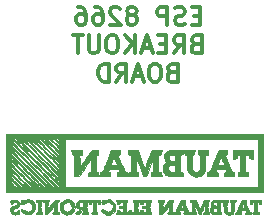
<source format=gbr>
G04 #@! TF.FileFunction,Legend,Bot*
%FSLAX46Y46*%
G04 Gerber Fmt 4.6, Leading zero omitted, Abs format (unit mm)*
G04 Created by KiCad (PCBNEW 4.0.2-stable) date Tuesday, July 26, 2016 'PMt' 11:39:25 PM*
%MOMM*%
G01*
G04 APERTURE LIST*
%ADD10C,0.100000*%
%ADD11C,0.300000*%
%ADD12C,0.010000*%
G04 APERTURE END LIST*
D10*
D11*
X160408284Y-104680857D02*
X159908284Y-104680857D01*
X159693998Y-105466571D02*
X160408284Y-105466571D01*
X160408284Y-103966571D01*
X159693998Y-103966571D01*
X159122570Y-105395143D02*
X158908284Y-105466571D01*
X158551141Y-105466571D01*
X158408284Y-105395143D01*
X158336855Y-105323714D01*
X158265427Y-105180857D01*
X158265427Y-105038000D01*
X158336855Y-104895143D01*
X158408284Y-104823714D01*
X158551141Y-104752286D01*
X158836855Y-104680857D01*
X158979713Y-104609429D01*
X159051141Y-104538000D01*
X159122570Y-104395143D01*
X159122570Y-104252286D01*
X159051141Y-104109429D01*
X158979713Y-104038000D01*
X158836855Y-103966571D01*
X158479713Y-103966571D01*
X158265427Y-104038000D01*
X157622570Y-105466571D02*
X157622570Y-103966571D01*
X157051142Y-103966571D01*
X156908284Y-104038000D01*
X156836856Y-104109429D01*
X156765427Y-104252286D01*
X156765427Y-104466571D01*
X156836856Y-104609429D01*
X156908284Y-104680857D01*
X157051142Y-104752286D01*
X157622570Y-104752286D01*
X154765427Y-104609429D02*
X154908285Y-104538000D01*
X154979713Y-104466571D01*
X155051142Y-104323714D01*
X155051142Y-104252286D01*
X154979713Y-104109429D01*
X154908285Y-104038000D01*
X154765427Y-103966571D01*
X154479713Y-103966571D01*
X154336856Y-104038000D01*
X154265427Y-104109429D01*
X154193999Y-104252286D01*
X154193999Y-104323714D01*
X154265427Y-104466571D01*
X154336856Y-104538000D01*
X154479713Y-104609429D01*
X154765427Y-104609429D01*
X154908285Y-104680857D01*
X154979713Y-104752286D01*
X155051142Y-104895143D01*
X155051142Y-105180857D01*
X154979713Y-105323714D01*
X154908285Y-105395143D01*
X154765427Y-105466571D01*
X154479713Y-105466571D01*
X154336856Y-105395143D01*
X154265427Y-105323714D01*
X154193999Y-105180857D01*
X154193999Y-104895143D01*
X154265427Y-104752286D01*
X154336856Y-104680857D01*
X154479713Y-104609429D01*
X153622571Y-104109429D02*
X153551142Y-104038000D01*
X153408285Y-103966571D01*
X153051142Y-103966571D01*
X152908285Y-104038000D01*
X152836856Y-104109429D01*
X152765428Y-104252286D01*
X152765428Y-104395143D01*
X152836856Y-104609429D01*
X153693999Y-105466571D01*
X152765428Y-105466571D01*
X151479714Y-103966571D02*
X151765428Y-103966571D01*
X151908285Y-104038000D01*
X151979714Y-104109429D01*
X152122571Y-104323714D01*
X152194000Y-104609429D01*
X152194000Y-105180857D01*
X152122571Y-105323714D01*
X152051143Y-105395143D01*
X151908285Y-105466571D01*
X151622571Y-105466571D01*
X151479714Y-105395143D01*
X151408285Y-105323714D01*
X151336857Y-105180857D01*
X151336857Y-104823714D01*
X151408285Y-104680857D01*
X151479714Y-104609429D01*
X151622571Y-104538000D01*
X151908285Y-104538000D01*
X152051143Y-104609429D01*
X152122571Y-104680857D01*
X152194000Y-104823714D01*
X150051143Y-103966571D02*
X150336857Y-103966571D01*
X150479714Y-104038000D01*
X150551143Y-104109429D01*
X150694000Y-104323714D01*
X150765429Y-104609429D01*
X150765429Y-105180857D01*
X150694000Y-105323714D01*
X150622572Y-105395143D01*
X150479714Y-105466571D01*
X150194000Y-105466571D01*
X150051143Y-105395143D01*
X149979714Y-105323714D01*
X149908286Y-105180857D01*
X149908286Y-104823714D01*
X149979714Y-104680857D01*
X150051143Y-104609429D01*
X150194000Y-104538000D01*
X150479714Y-104538000D01*
X150622572Y-104609429D01*
X150694000Y-104680857D01*
X150765429Y-104823714D01*
X160051143Y-107080857D02*
X159836857Y-107152286D01*
X159765429Y-107223714D01*
X159694000Y-107366571D01*
X159694000Y-107580857D01*
X159765429Y-107723714D01*
X159836857Y-107795143D01*
X159979715Y-107866571D01*
X160551143Y-107866571D01*
X160551143Y-106366571D01*
X160051143Y-106366571D01*
X159908286Y-106438000D01*
X159836857Y-106509429D01*
X159765429Y-106652286D01*
X159765429Y-106795143D01*
X159836857Y-106938000D01*
X159908286Y-107009429D01*
X160051143Y-107080857D01*
X160551143Y-107080857D01*
X158194000Y-107866571D02*
X158694000Y-107152286D01*
X159051143Y-107866571D02*
X159051143Y-106366571D01*
X158479715Y-106366571D01*
X158336857Y-106438000D01*
X158265429Y-106509429D01*
X158194000Y-106652286D01*
X158194000Y-106866571D01*
X158265429Y-107009429D01*
X158336857Y-107080857D01*
X158479715Y-107152286D01*
X159051143Y-107152286D01*
X157551143Y-107080857D02*
X157051143Y-107080857D01*
X156836857Y-107866571D02*
X157551143Y-107866571D01*
X157551143Y-106366571D01*
X156836857Y-106366571D01*
X156265429Y-107438000D02*
X155551143Y-107438000D01*
X156408286Y-107866571D02*
X155908286Y-106366571D01*
X155408286Y-107866571D01*
X154908286Y-107866571D02*
X154908286Y-106366571D01*
X154051143Y-107866571D02*
X154694000Y-107009429D01*
X154051143Y-106366571D02*
X154908286Y-107223714D01*
X153122572Y-106366571D02*
X152836858Y-106366571D01*
X152694000Y-106438000D01*
X152551143Y-106580857D01*
X152479715Y-106866571D01*
X152479715Y-107366571D01*
X152551143Y-107652286D01*
X152694000Y-107795143D01*
X152836858Y-107866571D01*
X153122572Y-107866571D01*
X153265429Y-107795143D01*
X153408286Y-107652286D01*
X153479715Y-107366571D01*
X153479715Y-106866571D01*
X153408286Y-106580857D01*
X153265429Y-106438000D01*
X153122572Y-106366571D01*
X151836857Y-106366571D02*
X151836857Y-107580857D01*
X151765429Y-107723714D01*
X151694000Y-107795143D01*
X151551143Y-107866571D01*
X151265429Y-107866571D01*
X151122571Y-107795143D01*
X151051143Y-107723714D01*
X150979714Y-107580857D01*
X150979714Y-106366571D01*
X150479714Y-106366571D02*
X149622571Y-106366571D01*
X150051142Y-107866571D02*
X150051142Y-106366571D01*
X158015428Y-109480857D02*
X157801142Y-109552286D01*
X157729714Y-109623714D01*
X157658285Y-109766571D01*
X157658285Y-109980857D01*
X157729714Y-110123714D01*
X157801142Y-110195143D01*
X157944000Y-110266571D01*
X158515428Y-110266571D01*
X158515428Y-108766571D01*
X158015428Y-108766571D01*
X157872571Y-108838000D01*
X157801142Y-108909429D01*
X157729714Y-109052286D01*
X157729714Y-109195143D01*
X157801142Y-109338000D01*
X157872571Y-109409429D01*
X158015428Y-109480857D01*
X158515428Y-109480857D01*
X156729714Y-108766571D02*
X156444000Y-108766571D01*
X156301142Y-108838000D01*
X156158285Y-108980857D01*
X156086857Y-109266571D01*
X156086857Y-109766571D01*
X156158285Y-110052286D01*
X156301142Y-110195143D01*
X156444000Y-110266571D01*
X156729714Y-110266571D01*
X156872571Y-110195143D01*
X157015428Y-110052286D01*
X157086857Y-109766571D01*
X157086857Y-109266571D01*
X157015428Y-108980857D01*
X156872571Y-108838000D01*
X156729714Y-108766571D01*
X155515428Y-109838000D02*
X154801142Y-109838000D01*
X155658285Y-110266571D02*
X155158285Y-108766571D01*
X154658285Y-110266571D01*
X153301142Y-110266571D02*
X153801142Y-109552286D01*
X154158285Y-110266571D02*
X154158285Y-108766571D01*
X153586857Y-108766571D01*
X153443999Y-108838000D01*
X153372571Y-108909429D01*
X153301142Y-109052286D01*
X153301142Y-109266571D01*
X153372571Y-109409429D01*
X153443999Y-109480857D01*
X153586857Y-109552286D01*
X154158285Y-109552286D01*
X152658285Y-110266571D02*
X152658285Y-108766571D01*
X152301142Y-108766571D01*
X152086857Y-108838000D01*
X151943999Y-108980857D01*
X151872571Y-109123714D01*
X151801142Y-109409429D01*
X151801142Y-109623714D01*
X151872571Y-109909429D01*
X151943999Y-110052286D01*
X152086857Y-110195143D01*
X152301142Y-110266571D01*
X152658285Y-110266571D01*
D12*
G36*
X144018000Y-119591667D02*
X165777333Y-119591667D01*
X165777333Y-119178753D01*
X148505333Y-119178753D01*
X148495947Y-119204463D01*
X148465421Y-119204387D01*
X148459122Y-119201065D01*
X148094181Y-119201065D01*
X148081932Y-119210665D01*
X148081639Y-119210667D01*
X148062632Y-119204102D01*
X147291674Y-119204102D01*
X147277206Y-119210667D01*
X147238787Y-119198050D01*
X147236073Y-119196276D01*
X146913472Y-119196276D01*
X146902584Y-119210129D01*
X146896137Y-119210667D01*
X146855491Y-119197669D01*
X146838411Y-119186591D01*
X146533138Y-119186591D01*
X146529479Y-119207515D01*
X146515043Y-119210667D01*
X146481258Y-119200161D01*
X146130828Y-119200161D01*
X146110323Y-119210233D01*
X146100775Y-119210667D01*
X146060632Y-119201511D01*
X145736728Y-119201511D01*
X145712773Y-119210636D01*
X145710337Y-119210667D01*
X145673586Y-119199857D01*
X145362713Y-119199857D01*
X145337181Y-119210419D01*
X145328942Y-119210667D01*
X145264531Y-119191821D01*
X145245183Y-119179071D01*
X144952327Y-119179071D01*
X144947283Y-119204187D01*
X144907718Y-119210653D01*
X144904494Y-119210667D01*
X144626507Y-119210667D01*
X144511425Y-119210667D01*
X144418498Y-119190551D01*
X144372924Y-119149639D01*
X144359912Y-119053870D01*
X144363670Y-119019526D01*
X144384191Y-118987721D01*
X144431204Y-119011757D01*
X144502170Y-119080554D01*
X144626507Y-119210667D01*
X144904494Y-119210667D01*
X144805269Y-119177800D01*
X144671614Y-119076952D01*
X144573801Y-118983369D01*
X144442996Y-118839234D01*
X144375494Y-118733699D01*
X144363580Y-118664228D01*
X144376944Y-118630424D01*
X144408650Y-118631409D01*
X144468872Y-118674173D01*
X144567782Y-118765710D01*
X144694274Y-118891525D01*
X144832430Y-119032770D01*
X144916245Y-119125275D01*
X144952327Y-119179071D01*
X145245183Y-119179071D01*
X145172182Y-119130967D01*
X145043874Y-119021624D01*
X144871583Y-118857316D01*
X144786083Y-118772270D01*
X144602896Y-118584519D01*
X144476270Y-118444511D01*
X144399458Y-118343778D01*
X144365709Y-118273846D01*
X144363506Y-118241880D01*
X144376800Y-118216651D01*
X144409849Y-118221576D01*
X144470276Y-118262807D01*
X144565701Y-118346502D01*
X144703746Y-118478816D01*
X144892035Y-118665902D01*
X144906365Y-118680276D01*
X145095523Y-118871557D01*
X145229731Y-119011618D01*
X145314994Y-119107995D01*
X145357319Y-119168229D01*
X145362713Y-119199857D01*
X145673586Y-119199857D01*
X145656433Y-119194812D01*
X145576489Y-119143339D01*
X145463663Y-119050385D01*
X145311116Y-118910088D01*
X145112007Y-118716584D01*
X144976785Y-118581962D01*
X144754793Y-118357202D01*
X144588829Y-118183079D01*
X144472918Y-118052570D01*
X144401087Y-117958657D01*
X144367361Y-117894317D01*
X144363481Y-117861236D01*
X144376639Y-117840512D01*
X144410121Y-117847949D01*
X144470365Y-117889063D01*
X144563807Y-117969370D01*
X144696883Y-118094387D01*
X144876031Y-118269631D01*
X145097033Y-118489940D01*
X145324041Y-118718607D01*
X145495658Y-118894743D01*
X145617310Y-119024726D01*
X145694422Y-119114931D01*
X145732419Y-119171734D01*
X145736728Y-119201511D01*
X146060632Y-119201511D01*
X146054800Y-119200181D01*
X145991637Y-119164725D01*
X145904448Y-119098296D01*
X145786394Y-118994896D01*
X145630639Y-118848522D01*
X145430344Y-118653175D01*
X145178672Y-118402854D01*
X145167393Y-118391566D01*
X144908172Y-118130175D01*
X144705648Y-117921293D01*
X144554899Y-117759365D01*
X144451003Y-117638838D01*
X144389036Y-117554155D01*
X144364076Y-117499764D01*
X144363467Y-117484478D01*
X144377912Y-117469148D01*
X144415685Y-117482855D01*
X144482271Y-117530416D01*
X144583159Y-117616646D01*
X144723837Y-117746361D01*
X144909791Y-117924377D01*
X145146510Y-118155509D01*
X145296849Y-118303578D01*
X145557102Y-118561217D01*
X145761655Y-118765898D01*
X145915706Y-118923484D01*
X146024452Y-119039839D01*
X146093089Y-119120828D01*
X146126816Y-119172314D01*
X146130828Y-119200161D01*
X146481258Y-119200161D01*
X146471536Y-119197138D01*
X146403574Y-119153345D01*
X146305855Y-119074478D01*
X146173080Y-118955727D01*
X145999946Y-118792283D01*
X145781154Y-118579336D01*
X145511402Y-118312077D01*
X145379134Y-118179971D01*
X145090035Y-117889402D01*
X144857119Y-117652133D01*
X144675526Y-117462790D01*
X144540395Y-117316001D01*
X144446866Y-117206395D01*
X144390080Y-117128598D01*
X144365176Y-117077240D01*
X144363458Y-117057241D01*
X144376327Y-117042158D01*
X144410024Y-117053071D01*
X144469616Y-117094581D01*
X144560175Y-117171289D01*
X144686769Y-117287795D01*
X144854469Y-117448698D01*
X145068345Y-117658599D01*
X145333467Y-117922100D01*
X145499367Y-118087937D01*
X145792397Y-118382106D01*
X146029395Y-118622155D01*
X146214912Y-118813112D01*
X146353496Y-118960006D01*
X146449696Y-119067865D01*
X146508060Y-119141718D01*
X146533138Y-119186591D01*
X146838411Y-119186591D01*
X146790783Y-119155700D01*
X146697165Y-119080298D01*
X146569791Y-118967001D01*
X146403812Y-118811346D01*
X146194383Y-118608872D01*
X145936655Y-118355116D01*
X145625783Y-118045616D01*
X145569678Y-117989514D01*
X145253257Y-117671898D01*
X144993167Y-117408264D01*
X144784904Y-117193709D01*
X144623964Y-117023330D01*
X144505843Y-116892223D01*
X144426037Y-116795485D01*
X144380042Y-116728213D01*
X144363354Y-116685503D01*
X144363452Y-116676327D01*
X144376203Y-116663004D01*
X144409883Y-116675068D01*
X144469158Y-116716812D01*
X144558694Y-116792534D01*
X144683157Y-116906527D01*
X144847212Y-117063088D01*
X145055526Y-117266512D01*
X145312764Y-117521094D01*
X145623591Y-117831129D01*
X145689910Y-117897479D01*
X146009965Y-118218528D01*
X146273770Y-118484976D01*
X146485578Y-118701453D01*
X146649640Y-118872588D01*
X146770209Y-119003008D01*
X146851536Y-119097344D01*
X146897873Y-119160223D01*
X146913472Y-119196276D01*
X147236073Y-119196276D01*
X147176602Y-119157415D01*
X147086161Y-119084582D01*
X146962973Y-118975375D01*
X146802548Y-118825614D01*
X146600396Y-118631121D01*
X146352028Y-118387718D01*
X146052952Y-118091227D01*
X145760211Y-117799046D01*
X145418460Y-117456290D01*
X145133183Y-117168032D01*
X144900167Y-116929736D01*
X144715196Y-116736862D01*
X144574056Y-116584875D01*
X144472532Y-116469237D01*
X144406408Y-116385411D01*
X144371471Y-116328858D01*
X144363448Y-116295390D01*
X144376091Y-116283498D01*
X144409727Y-116296515D01*
X144468701Y-116338486D01*
X144557356Y-116413452D01*
X144680039Y-116525457D01*
X144841093Y-116678543D01*
X145044863Y-116876753D01*
X145295693Y-117124131D01*
X145597929Y-117424718D01*
X145880443Y-117707010D01*
X146225601Y-118053052D01*
X146514327Y-118344110D01*
X146750624Y-118584496D01*
X146938499Y-118778520D01*
X147081954Y-118930494D01*
X147184994Y-119044728D01*
X147251625Y-119125533D01*
X147285850Y-119177221D01*
X147291674Y-119204102D01*
X148062632Y-119204102D01*
X148046661Y-119198586D01*
X148034132Y-119190264D01*
X147707358Y-119190264D01*
X147696808Y-119201406D01*
X147693676Y-119201225D01*
X147651631Y-119183023D01*
X147580160Y-119132010D01*
X147475522Y-119044687D01*
X147333974Y-118917555D01*
X147151773Y-118747118D01*
X146925175Y-118529876D01*
X146650437Y-118262333D01*
X146323818Y-117940989D01*
X145966247Y-117586848D01*
X145595914Y-117218356D01*
X145282622Y-116904680D01*
X145022548Y-116641778D01*
X144811872Y-116425610D01*
X144646770Y-116252132D01*
X144523422Y-116117305D01*
X144438005Y-116017087D01*
X144386698Y-115947436D01*
X144365678Y-115904310D01*
X144364904Y-115893515D01*
X144378148Y-115884050D01*
X144414420Y-115900849D01*
X144477675Y-115947606D01*
X144571864Y-116028014D01*
X144700940Y-116145769D01*
X144868856Y-116304563D01*
X145079564Y-116508091D01*
X145337016Y-116760047D01*
X145645166Y-117064124D01*
X146007966Y-117424016D01*
X146092333Y-117507892D01*
X146466665Y-117880803D01*
X146783936Y-118198401D01*
X147047722Y-118464465D01*
X147261594Y-118682774D01*
X147429128Y-118857107D01*
X147553898Y-118991243D01*
X147639477Y-119088962D01*
X147689439Y-119154043D01*
X147707358Y-119190264D01*
X148034132Y-119190264D01*
X147988363Y-119159864D01*
X147902809Y-119090781D01*
X147786064Y-118987619D01*
X147634192Y-118846658D01*
X147443258Y-118664178D01*
X147209326Y-118436460D01*
X146928460Y-118159785D01*
X146596724Y-117830433D01*
X146210184Y-117444686D01*
X146162424Y-117396925D01*
X145772168Y-117005920D01*
X145438653Y-116670182D01*
X145158132Y-116385738D01*
X144926854Y-116148616D01*
X144741069Y-115954845D01*
X144597029Y-115800452D01*
X144490984Y-115681466D01*
X144419184Y-115593914D01*
X144377879Y-115533824D01*
X144363321Y-115497224D01*
X144363442Y-115491148D01*
X144375890Y-115481564D01*
X144409395Y-115496157D01*
X144467794Y-115538556D01*
X144554927Y-115612388D01*
X144674631Y-115721281D01*
X144830745Y-115868861D01*
X145027107Y-116058757D01*
X145267556Y-116294596D01*
X145555930Y-116580006D01*
X145896068Y-116918613D01*
X146282657Y-117304889D01*
X146675987Y-117698936D01*
X147012577Y-118037396D01*
X147296023Y-118324077D01*
X147529921Y-118562790D01*
X147717867Y-118757344D01*
X147863458Y-118911549D01*
X147970288Y-119029214D01*
X148041955Y-119114149D01*
X148082054Y-119170162D01*
X148094181Y-119201065D01*
X148459122Y-119201065D01*
X148410200Y-119175267D01*
X148326731Y-119113849D01*
X148211460Y-119016877D01*
X148060833Y-118881094D01*
X147871297Y-118703244D01*
X147639297Y-118480073D01*
X147361281Y-118208324D01*
X147033694Y-117884741D01*
X146652983Y-117506068D01*
X146357082Y-117210584D01*
X145938394Y-116791183D01*
X145577049Y-116427350D01*
X145269787Y-116115529D01*
X145013349Y-115852163D01*
X144804476Y-115633694D01*
X144639907Y-115456566D01*
X144516384Y-115317221D01*
X144430647Y-115212102D01*
X144379436Y-115137654D01*
X144359493Y-115090317D01*
X144367558Y-115066536D01*
X144388254Y-115062000D01*
X144423224Y-115091096D01*
X144511817Y-115174424D01*
X144648094Y-115306045D01*
X144826114Y-115480019D01*
X145039938Y-115690406D01*
X145283625Y-115931268D01*
X145551237Y-116196665D01*
X145836832Y-116480657D01*
X146134472Y-116777305D01*
X146438215Y-117080669D01*
X146742123Y-117384811D01*
X147040254Y-117683789D01*
X147326670Y-117971666D01*
X147595430Y-118242501D01*
X147840594Y-118490356D01*
X148056223Y-118709289D01*
X148236376Y-118893363D01*
X148375113Y-119036638D01*
X148466495Y-119133173D01*
X148504582Y-119177031D01*
X148505333Y-119178753D01*
X165777333Y-119178753D01*
X165777333Y-115104333D01*
X165354000Y-115104333D01*
X165354000Y-119168333D01*
X148971000Y-119168333D01*
X148971000Y-118821482D01*
X148505333Y-118821482D01*
X148496975Y-118836418D01*
X148469156Y-118828633D01*
X148417760Y-118794303D01*
X148338671Y-118729606D01*
X148227772Y-118630718D01*
X148080946Y-118493818D01*
X147894078Y-118315080D01*
X147663051Y-118090684D01*
X147383748Y-117816804D01*
X147052054Y-117489619D01*
X146759083Y-117199676D01*
X146433400Y-116877117D01*
X146120142Y-116567041D01*
X145825477Y-116275539D01*
X145555570Y-116008704D01*
X145316588Y-115772628D01*
X145114697Y-115573404D01*
X144956065Y-115417123D01*
X144846858Y-115309878D01*
X144801670Y-115265842D01*
X144693032Y-115159313D01*
X144639789Y-115098357D01*
X144635915Y-115070274D01*
X144675382Y-115062363D01*
X144704941Y-115062000D01*
X144738185Y-115070955D01*
X144788695Y-115100497D01*
X144860779Y-115154643D01*
X144958742Y-115237409D01*
X145086891Y-115352810D01*
X145249532Y-115504865D01*
X145450971Y-115697588D01*
X145695514Y-115934996D01*
X145987468Y-116221106D01*
X146331138Y-116559933D01*
X146662354Y-116887648D01*
X147056088Y-117278318D01*
X147392937Y-117614066D01*
X147676763Y-117898944D01*
X147911430Y-118137007D01*
X148100801Y-118332308D01*
X148248737Y-118488899D01*
X148359103Y-118610835D01*
X148435760Y-118702168D01*
X148482573Y-118766951D01*
X148503403Y-118809239D01*
X148505333Y-118821482D01*
X148971000Y-118821482D01*
X148971000Y-118448269D01*
X148505333Y-118448269D01*
X148496060Y-118461830D01*
X148465573Y-118450815D01*
X148409876Y-118411472D01*
X148324969Y-118340050D01*
X148206853Y-118232795D01*
X148051531Y-118085954D01*
X147855003Y-117895776D01*
X147613271Y-117658508D01*
X147322337Y-117370397D01*
X146978202Y-117027690D01*
X146768873Y-116818640D01*
X146394215Y-116443617D01*
X146076190Y-116123878D01*
X145811011Y-115855393D01*
X145594892Y-115634132D01*
X145424048Y-115456067D01*
X145294690Y-115317168D01*
X145203034Y-115213407D01*
X145145292Y-115140753D01*
X145117678Y-115095178D01*
X145116405Y-115072653D01*
X145124448Y-115068777D01*
X145175067Y-115094791D01*
X145277419Y-115175429D01*
X145424830Y-115304020D01*
X145610626Y-115473893D01*
X145828133Y-115678377D01*
X146070679Y-115910802D01*
X146331588Y-116164495D01*
X146604187Y-116432786D01*
X146881802Y-116709005D01*
X147157760Y-116986479D01*
X147425387Y-117258538D01*
X147678009Y-117518511D01*
X147908951Y-117759726D01*
X148111541Y-117975513D01*
X148279105Y-118159201D01*
X148404968Y-118304119D01*
X148482457Y-118403595D01*
X148505333Y-118448269D01*
X148971000Y-118448269D01*
X148971000Y-118067219D01*
X148505333Y-118067219D01*
X148496176Y-118082125D01*
X148465871Y-118072127D01*
X148410169Y-118033272D01*
X148324823Y-117961604D01*
X148205583Y-117853168D01*
X148048201Y-117704009D01*
X147848428Y-117510172D01*
X147602015Y-117267702D01*
X147304713Y-116972645D01*
X146959350Y-116628116D01*
X146607827Y-116276185D01*
X146312791Y-115979222D01*
X146070252Y-115732947D01*
X145876215Y-115533076D01*
X145726688Y-115375329D01*
X145617680Y-115255423D01*
X145545197Y-115169077D01*
X145505248Y-115112008D01*
X145493840Y-115079936D01*
X145505402Y-115068780D01*
X145557304Y-115094589D01*
X145660306Y-115174777D01*
X145807301Y-115302239D01*
X145991180Y-115469870D01*
X146204834Y-115670566D01*
X146441157Y-115897223D01*
X146693039Y-116142735D01*
X146953372Y-116399999D01*
X147215049Y-116661909D01*
X147470961Y-116921360D01*
X147714000Y-117171249D01*
X147937058Y-117404471D01*
X148133026Y-117613920D01*
X148294797Y-117792493D01*
X148415263Y-117933085D01*
X148487314Y-118028591D01*
X148505333Y-118067219D01*
X148971000Y-118067219D01*
X148971000Y-117664983D01*
X148505333Y-117664983D01*
X148501226Y-117690943D01*
X148485562Y-117700241D01*
X148453326Y-117688338D01*
X148399506Y-117650693D01*
X148319087Y-117582767D01*
X148207055Y-117480019D01*
X148058397Y-117337910D01*
X147868098Y-117151899D01*
X147631145Y-116917446D01*
X147342524Y-116630011D01*
X147149825Y-116437585D01*
X146829087Y-116116706D01*
X146563966Y-115850287D01*
X146349870Y-115633267D01*
X146182202Y-115460583D01*
X146056370Y-115327174D01*
X145967779Y-115227977D01*
X145911835Y-115157931D01*
X145883944Y-115111973D01*
X145879511Y-115085041D01*
X145893943Y-115072074D01*
X145907837Y-115069111D01*
X145942117Y-115071601D01*
X145986826Y-115090172D01*
X146047651Y-115129971D01*
X146130278Y-115196149D01*
X146240393Y-115293854D01*
X146383682Y-115428234D01*
X146565833Y-115604440D01*
X146792530Y-115827618D01*
X147069461Y-116102920D01*
X147263345Y-116296508D01*
X147573621Y-116607303D01*
X147828654Y-116864539D01*
X148033643Y-117073943D01*
X148193788Y-117241245D01*
X148314288Y-117372173D01*
X148400341Y-117472457D01*
X148457148Y-117547826D01*
X148489908Y-117604007D01*
X148503820Y-117646730D01*
X148505333Y-117664983D01*
X148971000Y-117664983D01*
X148971000Y-117262722D01*
X148505333Y-117262722D01*
X148496544Y-117281451D01*
X148466859Y-117274291D01*
X148411298Y-117236730D01*
X148324882Y-117164254D01*
X148202634Y-117052350D01*
X148039573Y-116896505D01*
X147830721Y-116692207D01*
X147571099Y-116434943D01*
X147361442Y-116225872D01*
X147064053Y-115927944D01*
X146822766Y-115684057D01*
X146633017Y-115489191D01*
X146490244Y-115338327D01*
X146389882Y-115226444D01*
X146327369Y-115148523D01*
X146298141Y-115099545D01*
X146297635Y-115074488D01*
X146309585Y-115068790D01*
X146365248Y-115094026D01*
X146470056Y-115172977D01*
X146615612Y-115297252D01*
X146793519Y-115458462D01*
X146995378Y-115648214D01*
X147212792Y-115858119D01*
X147437363Y-116079785D01*
X147660694Y-116304821D01*
X147874386Y-116524838D01*
X148070042Y-116731443D01*
X148239263Y-116916247D01*
X148373654Y-117070858D01*
X148464814Y-117186885D01*
X148504348Y-117255939D01*
X148505333Y-117262722D01*
X148971000Y-117262722D01*
X148971000Y-116881593D01*
X148505333Y-116881593D01*
X148496822Y-116902884D01*
X148467632Y-116897576D01*
X148412278Y-116860800D01*
X148325275Y-116787687D01*
X148201138Y-116673369D01*
X148034381Y-116512978D01*
X147819520Y-116301644D01*
X147551885Y-116035314D01*
X147283515Y-115766314D01*
X147071013Y-115550706D01*
X146909446Y-115382957D01*
X146793884Y-115257535D01*
X146719396Y-115168907D01*
X146681050Y-115111541D01*
X146673918Y-115079903D01*
X146690468Y-115068798D01*
X146748760Y-115093657D01*
X146854736Y-115171817D01*
X146999082Y-115293976D01*
X147172483Y-115450828D01*
X147365624Y-115633069D01*
X147569190Y-115831396D01*
X147773866Y-116036503D01*
X147970338Y-116239088D01*
X148149291Y-116429845D01*
X148301409Y-116599470D01*
X148417379Y-116738660D01*
X148487885Y-116838110D01*
X148505333Y-116881593D01*
X148971000Y-116881593D01*
X148971000Y-116500396D01*
X148505333Y-116500396D01*
X148497227Y-116525096D01*
X148468786Y-116522181D01*
X148413829Y-116486338D01*
X148326174Y-116412254D01*
X148199638Y-116294618D01*
X148028039Y-116128118D01*
X147805196Y-115907440D01*
X147742299Y-115844725D01*
X147506046Y-115607722D01*
X147325380Y-115423211D01*
X147194903Y-115284955D01*
X147109220Y-115186712D01*
X147062934Y-115122242D01*
X147050649Y-115085307D01*
X147066969Y-115069665D01*
X147071289Y-115068810D01*
X147133244Y-115093177D01*
X147240706Y-115170341D01*
X147383063Y-115289706D01*
X147549700Y-115440675D01*
X147730001Y-115612652D01*
X147913354Y-115795042D01*
X148089142Y-115977247D01*
X148246753Y-116148672D01*
X148375572Y-116298721D01*
X148464983Y-116416797D01*
X148504374Y-116492304D01*
X148505333Y-116500396D01*
X148971000Y-116500396D01*
X148971000Y-116076667D01*
X148505333Y-116076667D01*
X148497961Y-116106916D01*
X148470927Y-116107694D01*
X148416851Y-116073064D01*
X148328357Y-115997090D01*
X148198067Y-115873836D01*
X148018601Y-115697364D01*
X147953800Y-115632889D01*
X147758407Y-115436562D01*
X147618232Y-115291186D01*
X147527198Y-115189303D01*
X147479229Y-115123454D01*
X147468248Y-115086181D01*
X147488181Y-115070027D01*
X147494266Y-115068835D01*
X147562668Y-115092432D01*
X147672305Y-115168145D01*
X147810209Y-115283048D01*
X147963412Y-115424215D01*
X148118945Y-115578721D01*
X148263843Y-115733637D01*
X148385136Y-115876039D01*
X148469857Y-115993000D01*
X148505039Y-116071593D01*
X148505333Y-116076667D01*
X148971000Y-116076667D01*
X148971000Y-115694842D01*
X148505333Y-115694842D01*
X148499209Y-115733468D01*
X148474609Y-115739243D01*
X148422189Y-115705632D01*
X148332608Y-115626099D01*
X148196521Y-115494108D01*
X148143982Y-115442065D01*
X147992717Y-115289675D01*
X147896367Y-115185739D01*
X147848097Y-115120788D01*
X147841068Y-115085354D01*
X147868445Y-115069967D01*
X147874533Y-115068890D01*
X147954153Y-115091437D01*
X148065913Y-115165616D01*
X148192552Y-115274300D01*
X148316807Y-115400360D01*
X148421419Y-115526668D01*
X148489126Y-115636095D01*
X148505333Y-115694842D01*
X148971000Y-115694842D01*
X148971000Y-115309986D01*
X148505333Y-115309986D01*
X148502315Y-115367907D01*
X148483545Y-115381807D01*
X148434454Y-115346645D01*
X148340469Y-115257380D01*
X148333408Y-115250508D01*
X148239444Y-115155790D01*
X148201410Y-115103454D01*
X148212717Y-115078786D01*
X148252232Y-115069181D01*
X148364455Y-115089778D01*
X148457021Y-115169910D01*
X148503780Y-115284699D01*
X148505333Y-115309986D01*
X148971000Y-115309986D01*
X148971000Y-115104333D01*
X165354000Y-115104333D01*
X165777333Y-115104333D01*
X165777333Y-114681000D01*
X144018000Y-114681000D01*
X144018000Y-119591667D01*
X144018000Y-119591667D01*
G37*
X144018000Y-119591667D02*
X165777333Y-119591667D01*
X165777333Y-119178753D01*
X148505333Y-119178753D01*
X148495947Y-119204463D01*
X148465421Y-119204387D01*
X148459122Y-119201065D01*
X148094181Y-119201065D01*
X148081932Y-119210665D01*
X148081639Y-119210667D01*
X148062632Y-119204102D01*
X147291674Y-119204102D01*
X147277206Y-119210667D01*
X147238787Y-119198050D01*
X147236073Y-119196276D01*
X146913472Y-119196276D01*
X146902584Y-119210129D01*
X146896137Y-119210667D01*
X146855491Y-119197669D01*
X146838411Y-119186591D01*
X146533138Y-119186591D01*
X146529479Y-119207515D01*
X146515043Y-119210667D01*
X146481258Y-119200161D01*
X146130828Y-119200161D01*
X146110323Y-119210233D01*
X146100775Y-119210667D01*
X146060632Y-119201511D01*
X145736728Y-119201511D01*
X145712773Y-119210636D01*
X145710337Y-119210667D01*
X145673586Y-119199857D01*
X145362713Y-119199857D01*
X145337181Y-119210419D01*
X145328942Y-119210667D01*
X145264531Y-119191821D01*
X145245183Y-119179071D01*
X144952327Y-119179071D01*
X144947283Y-119204187D01*
X144907718Y-119210653D01*
X144904494Y-119210667D01*
X144626507Y-119210667D01*
X144511425Y-119210667D01*
X144418498Y-119190551D01*
X144372924Y-119149639D01*
X144359912Y-119053870D01*
X144363670Y-119019526D01*
X144384191Y-118987721D01*
X144431204Y-119011757D01*
X144502170Y-119080554D01*
X144626507Y-119210667D01*
X144904494Y-119210667D01*
X144805269Y-119177800D01*
X144671614Y-119076952D01*
X144573801Y-118983369D01*
X144442996Y-118839234D01*
X144375494Y-118733699D01*
X144363580Y-118664228D01*
X144376944Y-118630424D01*
X144408650Y-118631409D01*
X144468872Y-118674173D01*
X144567782Y-118765710D01*
X144694274Y-118891525D01*
X144832430Y-119032770D01*
X144916245Y-119125275D01*
X144952327Y-119179071D01*
X145245183Y-119179071D01*
X145172182Y-119130967D01*
X145043874Y-119021624D01*
X144871583Y-118857316D01*
X144786083Y-118772270D01*
X144602896Y-118584519D01*
X144476270Y-118444511D01*
X144399458Y-118343778D01*
X144365709Y-118273846D01*
X144363506Y-118241880D01*
X144376800Y-118216651D01*
X144409849Y-118221576D01*
X144470276Y-118262807D01*
X144565701Y-118346502D01*
X144703746Y-118478816D01*
X144892035Y-118665902D01*
X144906365Y-118680276D01*
X145095523Y-118871557D01*
X145229731Y-119011618D01*
X145314994Y-119107995D01*
X145357319Y-119168229D01*
X145362713Y-119199857D01*
X145673586Y-119199857D01*
X145656433Y-119194812D01*
X145576489Y-119143339D01*
X145463663Y-119050385D01*
X145311116Y-118910088D01*
X145112007Y-118716584D01*
X144976785Y-118581962D01*
X144754793Y-118357202D01*
X144588829Y-118183079D01*
X144472918Y-118052570D01*
X144401087Y-117958657D01*
X144367361Y-117894317D01*
X144363481Y-117861236D01*
X144376639Y-117840512D01*
X144410121Y-117847949D01*
X144470365Y-117889063D01*
X144563807Y-117969370D01*
X144696883Y-118094387D01*
X144876031Y-118269631D01*
X145097033Y-118489940D01*
X145324041Y-118718607D01*
X145495658Y-118894743D01*
X145617310Y-119024726D01*
X145694422Y-119114931D01*
X145732419Y-119171734D01*
X145736728Y-119201511D01*
X146060632Y-119201511D01*
X146054800Y-119200181D01*
X145991637Y-119164725D01*
X145904448Y-119098296D01*
X145786394Y-118994896D01*
X145630639Y-118848522D01*
X145430344Y-118653175D01*
X145178672Y-118402854D01*
X145167393Y-118391566D01*
X144908172Y-118130175D01*
X144705648Y-117921293D01*
X144554899Y-117759365D01*
X144451003Y-117638838D01*
X144389036Y-117554155D01*
X144364076Y-117499764D01*
X144363467Y-117484478D01*
X144377912Y-117469148D01*
X144415685Y-117482855D01*
X144482271Y-117530416D01*
X144583159Y-117616646D01*
X144723837Y-117746361D01*
X144909791Y-117924377D01*
X145146510Y-118155509D01*
X145296849Y-118303578D01*
X145557102Y-118561217D01*
X145761655Y-118765898D01*
X145915706Y-118923484D01*
X146024452Y-119039839D01*
X146093089Y-119120828D01*
X146126816Y-119172314D01*
X146130828Y-119200161D01*
X146481258Y-119200161D01*
X146471536Y-119197138D01*
X146403574Y-119153345D01*
X146305855Y-119074478D01*
X146173080Y-118955727D01*
X145999946Y-118792283D01*
X145781154Y-118579336D01*
X145511402Y-118312077D01*
X145379134Y-118179971D01*
X145090035Y-117889402D01*
X144857119Y-117652133D01*
X144675526Y-117462790D01*
X144540395Y-117316001D01*
X144446866Y-117206395D01*
X144390080Y-117128598D01*
X144365176Y-117077240D01*
X144363458Y-117057241D01*
X144376327Y-117042158D01*
X144410024Y-117053071D01*
X144469616Y-117094581D01*
X144560175Y-117171289D01*
X144686769Y-117287795D01*
X144854469Y-117448698D01*
X145068345Y-117658599D01*
X145333467Y-117922100D01*
X145499367Y-118087937D01*
X145792397Y-118382106D01*
X146029395Y-118622155D01*
X146214912Y-118813112D01*
X146353496Y-118960006D01*
X146449696Y-119067865D01*
X146508060Y-119141718D01*
X146533138Y-119186591D01*
X146838411Y-119186591D01*
X146790783Y-119155700D01*
X146697165Y-119080298D01*
X146569791Y-118967001D01*
X146403812Y-118811346D01*
X146194383Y-118608872D01*
X145936655Y-118355116D01*
X145625783Y-118045616D01*
X145569678Y-117989514D01*
X145253257Y-117671898D01*
X144993167Y-117408264D01*
X144784904Y-117193709D01*
X144623964Y-117023330D01*
X144505843Y-116892223D01*
X144426037Y-116795485D01*
X144380042Y-116728213D01*
X144363354Y-116685503D01*
X144363452Y-116676327D01*
X144376203Y-116663004D01*
X144409883Y-116675068D01*
X144469158Y-116716812D01*
X144558694Y-116792534D01*
X144683157Y-116906527D01*
X144847212Y-117063088D01*
X145055526Y-117266512D01*
X145312764Y-117521094D01*
X145623591Y-117831129D01*
X145689910Y-117897479D01*
X146009965Y-118218528D01*
X146273770Y-118484976D01*
X146485578Y-118701453D01*
X146649640Y-118872588D01*
X146770209Y-119003008D01*
X146851536Y-119097344D01*
X146897873Y-119160223D01*
X146913472Y-119196276D01*
X147236073Y-119196276D01*
X147176602Y-119157415D01*
X147086161Y-119084582D01*
X146962973Y-118975375D01*
X146802548Y-118825614D01*
X146600396Y-118631121D01*
X146352028Y-118387718D01*
X146052952Y-118091227D01*
X145760211Y-117799046D01*
X145418460Y-117456290D01*
X145133183Y-117168032D01*
X144900167Y-116929736D01*
X144715196Y-116736862D01*
X144574056Y-116584875D01*
X144472532Y-116469237D01*
X144406408Y-116385411D01*
X144371471Y-116328858D01*
X144363448Y-116295390D01*
X144376091Y-116283498D01*
X144409727Y-116296515D01*
X144468701Y-116338486D01*
X144557356Y-116413452D01*
X144680039Y-116525457D01*
X144841093Y-116678543D01*
X145044863Y-116876753D01*
X145295693Y-117124131D01*
X145597929Y-117424718D01*
X145880443Y-117707010D01*
X146225601Y-118053052D01*
X146514327Y-118344110D01*
X146750624Y-118584496D01*
X146938499Y-118778520D01*
X147081954Y-118930494D01*
X147184994Y-119044728D01*
X147251625Y-119125533D01*
X147285850Y-119177221D01*
X147291674Y-119204102D01*
X148062632Y-119204102D01*
X148046661Y-119198586D01*
X148034132Y-119190264D01*
X147707358Y-119190264D01*
X147696808Y-119201406D01*
X147693676Y-119201225D01*
X147651631Y-119183023D01*
X147580160Y-119132010D01*
X147475522Y-119044687D01*
X147333974Y-118917555D01*
X147151773Y-118747118D01*
X146925175Y-118529876D01*
X146650437Y-118262333D01*
X146323818Y-117940989D01*
X145966247Y-117586848D01*
X145595914Y-117218356D01*
X145282622Y-116904680D01*
X145022548Y-116641778D01*
X144811872Y-116425610D01*
X144646770Y-116252132D01*
X144523422Y-116117305D01*
X144438005Y-116017087D01*
X144386698Y-115947436D01*
X144365678Y-115904310D01*
X144364904Y-115893515D01*
X144378148Y-115884050D01*
X144414420Y-115900849D01*
X144477675Y-115947606D01*
X144571864Y-116028014D01*
X144700940Y-116145769D01*
X144868856Y-116304563D01*
X145079564Y-116508091D01*
X145337016Y-116760047D01*
X145645166Y-117064124D01*
X146007966Y-117424016D01*
X146092333Y-117507892D01*
X146466665Y-117880803D01*
X146783936Y-118198401D01*
X147047722Y-118464465D01*
X147261594Y-118682774D01*
X147429128Y-118857107D01*
X147553898Y-118991243D01*
X147639477Y-119088962D01*
X147689439Y-119154043D01*
X147707358Y-119190264D01*
X148034132Y-119190264D01*
X147988363Y-119159864D01*
X147902809Y-119090781D01*
X147786064Y-118987619D01*
X147634192Y-118846658D01*
X147443258Y-118664178D01*
X147209326Y-118436460D01*
X146928460Y-118159785D01*
X146596724Y-117830433D01*
X146210184Y-117444686D01*
X146162424Y-117396925D01*
X145772168Y-117005920D01*
X145438653Y-116670182D01*
X145158132Y-116385738D01*
X144926854Y-116148616D01*
X144741069Y-115954845D01*
X144597029Y-115800452D01*
X144490984Y-115681466D01*
X144419184Y-115593914D01*
X144377879Y-115533824D01*
X144363321Y-115497224D01*
X144363442Y-115491148D01*
X144375890Y-115481564D01*
X144409395Y-115496157D01*
X144467794Y-115538556D01*
X144554927Y-115612388D01*
X144674631Y-115721281D01*
X144830745Y-115868861D01*
X145027107Y-116058757D01*
X145267556Y-116294596D01*
X145555930Y-116580006D01*
X145896068Y-116918613D01*
X146282657Y-117304889D01*
X146675987Y-117698936D01*
X147012577Y-118037396D01*
X147296023Y-118324077D01*
X147529921Y-118562790D01*
X147717867Y-118757344D01*
X147863458Y-118911549D01*
X147970288Y-119029214D01*
X148041955Y-119114149D01*
X148082054Y-119170162D01*
X148094181Y-119201065D01*
X148459122Y-119201065D01*
X148410200Y-119175267D01*
X148326731Y-119113849D01*
X148211460Y-119016877D01*
X148060833Y-118881094D01*
X147871297Y-118703244D01*
X147639297Y-118480073D01*
X147361281Y-118208324D01*
X147033694Y-117884741D01*
X146652983Y-117506068D01*
X146357082Y-117210584D01*
X145938394Y-116791183D01*
X145577049Y-116427350D01*
X145269787Y-116115529D01*
X145013349Y-115852163D01*
X144804476Y-115633694D01*
X144639907Y-115456566D01*
X144516384Y-115317221D01*
X144430647Y-115212102D01*
X144379436Y-115137654D01*
X144359493Y-115090317D01*
X144367558Y-115066536D01*
X144388254Y-115062000D01*
X144423224Y-115091096D01*
X144511817Y-115174424D01*
X144648094Y-115306045D01*
X144826114Y-115480019D01*
X145039938Y-115690406D01*
X145283625Y-115931268D01*
X145551237Y-116196665D01*
X145836832Y-116480657D01*
X146134472Y-116777305D01*
X146438215Y-117080669D01*
X146742123Y-117384811D01*
X147040254Y-117683789D01*
X147326670Y-117971666D01*
X147595430Y-118242501D01*
X147840594Y-118490356D01*
X148056223Y-118709289D01*
X148236376Y-118893363D01*
X148375113Y-119036638D01*
X148466495Y-119133173D01*
X148504582Y-119177031D01*
X148505333Y-119178753D01*
X165777333Y-119178753D01*
X165777333Y-115104333D01*
X165354000Y-115104333D01*
X165354000Y-119168333D01*
X148971000Y-119168333D01*
X148971000Y-118821482D01*
X148505333Y-118821482D01*
X148496975Y-118836418D01*
X148469156Y-118828633D01*
X148417760Y-118794303D01*
X148338671Y-118729606D01*
X148227772Y-118630718D01*
X148080946Y-118493818D01*
X147894078Y-118315080D01*
X147663051Y-118090684D01*
X147383748Y-117816804D01*
X147052054Y-117489619D01*
X146759083Y-117199676D01*
X146433400Y-116877117D01*
X146120142Y-116567041D01*
X145825477Y-116275539D01*
X145555570Y-116008704D01*
X145316588Y-115772628D01*
X145114697Y-115573404D01*
X144956065Y-115417123D01*
X144846858Y-115309878D01*
X144801670Y-115265842D01*
X144693032Y-115159313D01*
X144639789Y-115098357D01*
X144635915Y-115070274D01*
X144675382Y-115062363D01*
X144704941Y-115062000D01*
X144738185Y-115070955D01*
X144788695Y-115100497D01*
X144860779Y-115154643D01*
X144958742Y-115237409D01*
X145086891Y-115352810D01*
X145249532Y-115504865D01*
X145450971Y-115697588D01*
X145695514Y-115934996D01*
X145987468Y-116221106D01*
X146331138Y-116559933D01*
X146662354Y-116887648D01*
X147056088Y-117278318D01*
X147392937Y-117614066D01*
X147676763Y-117898944D01*
X147911430Y-118137007D01*
X148100801Y-118332308D01*
X148248737Y-118488899D01*
X148359103Y-118610835D01*
X148435760Y-118702168D01*
X148482573Y-118766951D01*
X148503403Y-118809239D01*
X148505333Y-118821482D01*
X148971000Y-118821482D01*
X148971000Y-118448269D01*
X148505333Y-118448269D01*
X148496060Y-118461830D01*
X148465573Y-118450815D01*
X148409876Y-118411472D01*
X148324969Y-118340050D01*
X148206853Y-118232795D01*
X148051531Y-118085954D01*
X147855003Y-117895776D01*
X147613271Y-117658508D01*
X147322337Y-117370397D01*
X146978202Y-117027690D01*
X146768873Y-116818640D01*
X146394215Y-116443617D01*
X146076190Y-116123878D01*
X145811011Y-115855393D01*
X145594892Y-115634132D01*
X145424048Y-115456067D01*
X145294690Y-115317168D01*
X145203034Y-115213407D01*
X145145292Y-115140753D01*
X145117678Y-115095178D01*
X145116405Y-115072653D01*
X145124448Y-115068777D01*
X145175067Y-115094791D01*
X145277419Y-115175429D01*
X145424830Y-115304020D01*
X145610626Y-115473893D01*
X145828133Y-115678377D01*
X146070679Y-115910802D01*
X146331588Y-116164495D01*
X146604187Y-116432786D01*
X146881802Y-116709005D01*
X147157760Y-116986479D01*
X147425387Y-117258538D01*
X147678009Y-117518511D01*
X147908951Y-117759726D01*
X148111541Y-117975513D01*
X148279105Y-118159201D01*
X148404968Y-118304119D01*
X148482457Y-118403595D01*
X148505333Y-118448269D01*
X148971000Y-118448269D01*
X148971000Y-118067219D01*
X148505333Y-118067219D01*
X148496176Y-118082125D01*
X148465871Y-118072127D01*
X148410169Y-118033272D01*
X148324823Y-117961604D01*
X148205583Y-117853168D01*
X148048201Y-117704009D01*
X147848428Y-117510172D01*
X147602015Y-117267702D01*
X147304713Y-116972645D01*
X146959350Y-116628116D01*
X146607827Y-116276185D01*
X146312791Y-115979222D01*
X146070252Y-115732947D01*
X145876215Y-115533076D01*
X145726688Y-115375329D01*
X145617680Y-115255423D01*
X145545197Y-115169077D01*
X145505248Y-115112008D01*
X145493840Y-115079936D01*
X145505402Y-115068780D01*
X145557304Y-115094589D01*
X145660306Y-115174777D01*
X145807301Y-115302239D01*
X145991180Y-115469870D01*
X146204834Y-115670566D01*
X146441157Y-115897223D01*
X146693039Y-116142735D01*
X146953372Y-116399999D01*
X147215049Y-116661909D01*
X147470961Y-116921360D01*
X147714000Y-117171249D01*
X147937058Y-117404471D01*
X148133026Y-117613920D01*
X148294797Y-117792493D01*
X148415263Y-117933085D01*
X148487314Y-118028591D01*
X148505333Y-118067219D01*
X148971000Y-118067219D01*
X148971000Y-117664983D01*
X148505333Y-117664983D01*
X148501226Y-117690943D01*
X148485562Y-117700241D01*
X148453326Y-117688338D01*
X148399506Y-117650693D01*
X148319087Y-117582767D01*
X148207055Y-117480019D01*
X148058397Y-117337910D01*
X147868098Y-117151899D01*
X147631145Y-116917446D01*
X147342524Y-116630011D01*
X147149825Y-116437585D01*
X146829087Y-116116706D01*
X146563966Y-115850287D01*
X146349870Y-115633267D01*
X146182202Y-115460583D01*
X146056370Y-115327174D01*
X145967779Y-115227977D01*
X145911835Y-115157931D01*
X145883944Y-115111973D01*
X145879511Y-115085041D01*
X145893943Y-115072074D01*
X145907837Y-115069111D01*
X145942117Y-115071601D01*
X145986826Y-115090172D01*
X146047651Y-115129971D01*
X146130278Y-115196149D01*
X146240393Y-115293854D01*
X146383682Y-115428234D01*
X146565833Y-115604440D01*
X146792530Y-115827618D01*
X147069461Y-116102920D01*
X147263345Y-116296508D01*
X147573621Y-116607303D01*
X147828654Y-116864539D01*
X148033643Y-117073943D01*
X148193788Y-117241245D01*
X148314288Y-117372173D01*
X148400341Y-117472457D01*
X148457148Y-117547826D01*
X148489908Y-117604007D01*
X148503820Y-117646730D01*
X148505333Y-117664983D01*
X148971000Y-117664983D01*
X148971000Y-117262722D01*
X148505333Y-117262722D01*
X148496544Y-117281451D01*
X148466859Y-117274291D01*
X148411298Y-117236730D01*
X148324882Y-117164254D01*
X148202634Y-117052350D01*
X148039573Y-116896505D01*
X147830721Y-116692207D01*
X147571099Y-116434943D01*
X147361442Y-116225872D01*
X147064053Y-115927944D01*
X146822766Y-115684057D01*
X146633017Y-115489191D01*
X146490244Y-115338327D01*
X146389882Y-115226444D01*
X146327369Y-115148523D01*
X146298141Y-115099545D01*
X146297635Y-115074488D01*
X146309585Y-115068790D01*
X146365248Y-115094026D01*
X146470056Y-115172977D01*
X146615612Y-115297252D01*
X146793519Y-115458462D01*
X146995378Y-115648214D01*
X147212792Y-115858119D01*
X147437363Y-116079785D01*
X147660694Y-116304821D01*
X147874386Y-116524838D01*
X148070042Y-116731443D01*
X148239263Y-116916247D01*
X148373654Y-117070858D01*
X148464814Y-117186885D01*
X148504348Y-117255939D01*
X148505333Y-117262722D01*
X148971000Y-117262722D01*
X148971000Y-116881593D01*
X148505333Y-116881593D01*
X148496822Y-116902884D01*
X148467632Y-116897576D01*
X148412278Y-116860800D01*
X148325275Y-116787687D01*
X148201138Y-116673369D01*
X148034381Y-116512978D01*
X147819520Y-116301644D01*
X147551885Y-116035314D01*
X147283515Y-115766314D01*
X147071013Y-115550706D01*
X146909446Y-115382957D01*
X146793884Y-115257535D01*
X146719396Y-115168907D01*
X146681050Y-115111541D01*
X146673918Y-115079903D01*
X146690468Y-115068798D01*
X146748760Y-115093657D01*
X146854736Y-115171817D01*
X146999082Y-115293976D01*
X147172483Y-115450828D01*
X147365624Y-115633069D01*
X147569190Y-115831396D01*
X147773866Y-116036503D01*
X147970338Y-116239088D01*
X148149291Y-116429845D01*
X148301409Y-116599470D01*
X148417379Y-116738660D01*
X148487885Y-116838110D01*
X148505333Y-116881593D01*
X148971000Y-116881593D01*
X148971000Y-116500396D01*
X148505333Y-116500396D01*
X148497227Y-116525096D01*
X148468786Y-116522181D01*
X148413829Y-116486338D01*
X148326174Y-116412254D01*
X148199638Y-116294618D01*
X148028039Y-116128118D01*
X147805196Y-115907440D01*
X147742299Y-115844725D01*
X147506046Y-115607722D01*
X147325380Y-115423211D01*
X147194903Y-115284955D01*
X147109220Y-115186712D01*
X147062934Y-115122242D01*
X147050649Y-115085307D01*
X147066969Y-115069665D01*
X147071289Y-115068810D01*
X147133244Y-115093177D01*
X147240706Y-115170341D01*
X147383063Y-115289706D01*
X147549700Y-115440675D01*
X147730001Y-115612652D01*
X147913354Y-115795042D01*
X148089142Y-115977247D01*
X148246753Y-116148672D01*
X148375572Y-116298721D01*
X148464983Y-116416797D01*
X148504374Y-116492304D01*
X148505333Y-116500396D01*
X148971000Y-116500396D01*
X148971000Y-116076667D01*
X148505333Y-116076667D01*
X148497961Y-116106916D01*
X148470927Y-116107694D01*
X148416851Y-116073064D01*
X148328357Y-115997090D01*
X148198067Y-115873836D01*
X148018601Y-115697364D01*
X147953800Y-115632889D01*
X147758407Y-115436562D01*
X147618232Y-115291186D01*
X147527198Y-115189303D01*
X147479229Y-115123454D01*
X147468248Y-115086181D01*
X147488181Y-115070027D01*
X147494266Y-115068835D01*
X147562668Y-115092432D01*
X147672305Y-115168145D01*
X147810209Y-115283048D01*
X147963412Y-115424215D01*
X148118945Y-115578721D01*
X148263843Y-115733637D01*
X148385136Y-115876039D01*
X148469857Y-115993000D01*
X148505039Y-116071593D01*
X148505333Y-116076667D01*
X148971000Y-116076667D01*
X148971000Y-115694842D01*
X148505333Y-115694842D01*
X148499209Y-115733468D01*
X148474609Y-115739243D01*
X148422189Y-115705632D01*
X148332608Y-115626099D01*
X148196521Y-115494108D01*
X148143982Y-115442065D01*
X147992717Y-115289675D01*
X147896367Y-115185739D01*
X147848097Y-115120788D01*
X147841068Y-115085354D01*
X147868445Y-115069967D01*
X147874533Y-115068890D01*
X147954153Y-115091437D01*
X148065913Y-115165616D01*
X148192552Y-115274300D01*
X148316807Y-115400360D01*
X148421419Y-115526668D01*
X148489126Y-115636095D01*
X148505333Y-115694842D01*
X148971000Y-115694842D01*
X148971000Y-115309986D01*
X148505333Y-115309986D01*
X148502315Y-115367907D01*
X148483545Y-115381807D01*
X148434454Y-115346645D01*
X148340469Y-115257380D01*
X148333408Y-115250508D01*
X148239444Y-115155790D01*
X148201410Y-115103454D01*
X148212717Y-115078786D01*
X148252232Y-115069181D01*
X148364455Y-115089778D01*
X148457021Y-115169910D01*
X148503780Y-115284699D01*
X148505333Y-115309986D01*
X148971000Y-115309986D01*
X148971000Y-115104333D01*
X165354000Y-115104333D01*
X165777333Y-115104333D01*
X165777333Y-114681000D01*
X144018000Y-114681000D01*
X144018000Y-119591667D01*
G36*
X160239816Y-116257916D02*
X160256006Y-116375376D01*
X160290985Y-116432299D01*
X160348083Y-116451361D01*
X160385405Y-116459526D01*
X160411431Y-116480438D01*
X160428197Y-116527315D01*
X160437737Y-116613377D01*
X160442087Y-116751844D01*
X160443282Y-116955934D01*
X160443333Y-117070068D01*
X160442288Y-117312084D01*
X160437888Y-117484961D01*
X160428232Y-117604214D01*
X160411421Y-117685358D01*
X160385557Y-117743908D01*
X160355594Y-117786791D01*
X160276867Y-117862089D01*
X160176611Y-117893834D01*
X160083500Y-117898333D01*
X159949769Y-117886537D01*
X159861472Y-117840985D01*
X159811406Y-117786791D01*
X159776511Y-117735222D01*
X159752258Y-117674036D01*
X159736749Y-117587717D01*
X159728083Y-117460750D01*
X159724361Y-117277620D01*
X159723666Y-117070068D01*
X159724117Y-116832877D01*
X159726827Y-116667132D01*
X159733830Y-116559615D01*
X159747162Y-116497106D01*
X159768859Y-116466385D01*
X159800954Y-116454234D01*
X159818916Y-116451361D01*
X159881579Y-116427932D01*
X159913632Y-116365088D01*
X159927184Y-116257917D01*
X159940201Y-116078000D01*
X159088666Y-116078000D01*
X159088666Y-116268500D01*
X159093053Y-116386053D01*
X159114615Y-116441749D01*
X159165954Y-116458272D01*
X159194500Y-116459000D01*
X159300333Y-116459000D01*
X159301263Y-117083417D01*
X159308564Y-117416132D01*
X159332516Y-117676318D01*
X159377856Y-117875271D01*
X159449324Y-118024286D01*
X159551656Y-118134657D01*
X159689592Y-118217682D01*
X159794948Y-118260333D01*
X160055572Y-118314731D01*
X160303769Y-118286202D01*
X160422166Y-118242049D01*
X160568567Y-118162008D01*
X160679685Y-118065879D01*
X160760052Y-117941587D01*
X160814197Y-117777058D01*
X160846651Y-117560218D01*
X160861943Y-117278993D01*
X160864808Y-117062250D01*
X160866666Y-116459000D01*
X160972500Y-116459000D01*
X161037807Y-116451104D01*
X161068749Y-116412293D01*
X161077929Y-116319882D01*
X161078333Y-116268500D01*
X161078333Y-116078000D01*
X160226798Y-116078000D01*
X160239816Y-116257916D01*
X160239816Y-116257916D01*
G37*
X160239816Y-116257916D02*
X160256006Y-116375376D01*
X160290985Y-116432299D01*
X160348083Y-116451361D01*
X160385405Y-116459526D01*
X160411431Y-116480438D01*
X160428197Y-116527315D01*
X160437737Y-116613377D01*
X160442087Y-116751844D01*
X160443282Y-116955934D01*
X160443333Y-117070068D01*
X160442288Y-117312084D01*
X160437888Y-117484961D01*
X160428232Y-117604214D01*
X160411421Y-117685358D01*
X160385557Y-117743908D01*
X160355594Y-117786791D01*
X160276867Y-117862089D01*
X160176611Y-117893834D01*
X160083500Y-117898333D01*
X159949769Y-117886537D01*
X159861472Y-117840985D01*
X159811406Y-117786791D01*
X159776511Y-117735222D01*
X159752258Y-117674036D01*
X159736749Y-117587717D01*
X159728083Y-117460750D01*
X159724361Y-117277620D01*
X159723666Y-117070068D01*
X159724117Y-116832877D01*
X159726827Y-116667132D01*
X159733830Y-116559615D01*
X159747162Y-116497106D01*
X159768859Y-116466385D01*
X159800954Y-116454234D01*
X159818916Y-116451361D01*
X159881579Y-116427932D01*
X159913632Y-116365088D01*
X159927184Y-116257917D01*
X159940201Y-116078000D01*
X159088666Y-116078000D01*
X159088666Y-116268500D01*
X159093053Y-116386053D01*
X159114615Y-116441749D01*
X159165954Y-116458272D01*
X159194500Y-116459000D01*
X159300333Y-116459000D01*
X159301263Y-117083417D01*
X159308564Y-117416132D01*
X159332516Y-117676318D01*
X159377856Y-117875271D01*
X159449324Y-118024286D01*
X159551656Y-118134657D01*
X159689592Y-118217682D01*
X159794948Y-118260333D01*
X160055572Y-118314731D01*
X160303769Y-118286202D01*
X160422166Y-118242049D01*
X160568567Y-118162008D01*
X160679685Y-118065879D01*
X160760052Y-117941587D01*
X160814197Y-117777058D01*
X160846651Y-117560218D01*
X160861943Y-117278993D01*
X160864808Y-117062250D01*
X160866666Y-116459000D01*
X160972500Y-116459000D01*
X161037807Y-116451104D01*
X161068749Y-116412293D01*
X161077929Y-116319882D01*
X161078333Y-116268500D01*
X161078333Y-116078000D01*
X160226798Y-116078000D01*
X160239816Y-116257916D01*
G36*
X163195000Y-116802777D02*
X163353750Y-116789639D01*
X163458558Y-116774205D01*
X163506103Y-116733246D01*
X163523766Y-116639381D01*
X163525639Y-116617750D01*
X163540452Y-116513686D01*
X163578084Y-116469165D01*
X163663629Y-116459092D01*
X163684389Y-116459000D01*
X163830000Y-116459000D01*
X163830000Y-117892709D01*
X163713583Y-117906105D01*
X163638407Y-117923777D01*
X163605159Y-117970796D01*
X163597210Y-118073266D01*
X163597166Y-118088833D01*
X163597166Y-118258167D01*
X164031840Y-118270239D01*
X164236254Y-118273590D01*
X164370480Y-118269051D01*
X164448758Y-118255090D01*
X164485327Y-118230174D01*
X164490081Y-118220898D01*
X164503056Y-118134558D01*
X164499907Y-118039493D01*
X164470947Y-117947384D01*
X164395407Y-117909825D01*
X164369750Y-117906105D01*
X164253333Y-117892709D01*
X164253333Y-116459000D01*
X164398944Y-116459000D01*
X164494955Y-116465760D01*
X164538855Y-116502771D01*
X164555738Y-116595125D01*
X164557694Y-116617750D01*
X164573128Y-116722558D01*
X164614087Y-116770103D01*
X164707952Y-116787766D01*
X164729583Y-116789639D01*
X164888333Y-116802777D01*
X164888333Y-116078000D01*
X163195000Y-116078000D01*
X163195000Y-116802777D01*
X163195000Y-116802777D01*
G37*
X163195000Y-116802777D02*
X163353750Y-116789639D01*
X163458558Y-116774205D01*
X163506103Y-116733246D01*
X163523766Y-116639381D01*
X163525639Y-116617750D01*
X163540452Y-116513686D01*
X163578084Y-116469165D01*
X163663629Y-116459092D01*
X163684389Y-116459000D01*
X163830000Y-116459000D01*
X163830000Y-117892709D01*
X163713583Y-117906105D01*
X163638407Y-117923777D01*
X163605159Y-117970796D01*
X163597210Y-118073266D01*
X163597166Y-118088833D01*
X163597166Y-118258167D01*
X164031840Y-118270239D01*
X164236254Y-118273590D01*
X164370480Y-118269051D01*
X164448758Y-118255090D01*
X164485327Y-118230174D01*
X164490081Y-118220898D01*
X164503056Y-118134558D01*
X164499907Y-118039493D01*
X164470947Y-117947384D01*
X164395407Y-117909825D01*
X164369750Y-117906105D01*
X164253333Y-117892709D01*
X164253333Y-116459000D01*
X164398944Y-116459000D01*
X164494955Y-116465760D01*
X164538855Y-116502771D01*
X164555738Y-116595125D01*
X164557694Y-116617750D01*
X164573128Y-116722558D01*
X164614087Y-116770103D01*
X164707952Y-116787766D01*
X164729583Y-116789639D01*
X164888333Y-116802777D01*
X164888333Y-116078000D01*
X163195000Y-116078000D01*
X163195000Y-116802777D01*
G36*
X161603725Y-116986314D02*
X161483264Y-117276341D01*
X161389733Y-117497342D01*
X161318063Y-117658678D01*
X161263186Y-117769710D01*
X161220033Y-117839800D01*
X161183536Y-117878310D01*
X161148626Y-117894599D01*
X161110235Y-117898029D01*
X161110083Y-117898030D01*
X161038601Y-117904712D01*
X161004610Y-117939489D01*
X160994281Y-118025197D01*
X160993666Y-118090265D01*
X160993666Y-118282198D01*
X161448750Y-118270182D01*
X161903833Y-118258167D01*
X161903833Y-118110416D01*
X161893953Y-118007216D01*
X161851334Y-117958519D01*
X161790633Y-117941082D01*
X161717258Y-117921675D01*
X161699134Y-117884839D01*
X161726765Y-117803073D01*
X161735672Y-117781917D01*
X161793913Y-117644333D01*
X162178004Y-117644333D01*
X162359979Y-117645456D01*
X162475326Y-117651895D01*
X162542078Y-117668253D01*
X162578271Y-117699134D01*
X162601939Y-117749143D01*
X162603381Y-117752922D01*
X162638475Y-117863529D01*
X162629620Y-117920243D01*
X162570794Y-117944867D01*
X162549416Y-117948306D01*
X162482814Y-117975354D01*
X162450351Y-118047634D01*
X162441028Y-118120583D01*
X162427889Y-118279333D01*
X163322000Y-118279333D01*
X163322000Y-118088833D01*
X163318000Y-117971552D01*
X163296677Y-117915993D01*
X163244043Y-117899278D01*
X163205533Y-117898333D01*
X163162529Y-117894339D01*
X163124287Y-117875317D01*
X163084608Y-117830707D01*
X163037292Y-117749946D01*
X162976139Y-117622476D01*
X162894950Y-117437735D01*
X162831308Y-117288117D01*
X162433000Y-117288117D01*
X162394527Y-117297374D01*
X162294532Y-117303734D01*
X162179000Y-117305667D01*
X162021673Y-117298630D01*
X161941396Y-117276607D01*
X161927474Y-117252750D01*
X161942804Y-117190006D01*
X161981189Y-117071505D01*
X162035024Y-116920409D01*
X162047985Y-116885628D01*
X162166022Y-116571424D01*
X162299511Y-116920995D01*
X162359046Y-117078754D01*
X162404901Y-117203794D01*
X162430176Y-117277135D01*
X162433000Y-117288117D01*
X162831308Y-117288117D01*
X162789252Y-117189250D01*
X162489438Y-116480167D01*
X162598802Y-116458584D01*
X162670119Y-116433345D01*
X162701370Y-116377611D01*
X162708166Y-116268084D01*
X162708166Y-116099167D01*
X162344558Y-116087034D01*
X161980950Y-116074902D01*
X161603725Y-116986314D01*
X161603725Y-116986314D01*
G37*
X161603725Y-116986314D02*
X161483264Y-117276341D01*
X161389733Y-117497342D01*
X161318063Y-117658678D01*
X161263186Y-117769710D01*
X161220033Y-117839800D01*
X161183536Y-117878310D01*
X161148626Y-117894599D01*
X161110235Y-117898029D01*
X161110083Y-117898030D01*
X161038601Y-117904712D01*
X161004610Y-117939489D01*
X160994281Y-118025197D01*
X160993666Y-118090265D01*
X160993666Y-118282198D01*
X161448750Y-118270182D01*
X161903833Y-118258167D01*
X161903833Y-118110416D01*
X161893953Y-118007216D01*
X161851334Y-117958519D01*
X161790633Y-117941082D01*
X161717258Y-117921675D01*
X161699134Y-117884839D01*
X161726765Y-117803073D01*
X161735672Y-117781917D01*
X161793913Y-117644333D01*
X162178004Y-117644333D01*
X162359979Y-117645456D01*
X162475326Y-117651895D01*
X162542078Y-117668253D01*
X162578271Y-117699134D01*
X162601939Y-117749143D01*
X162603381Y-117752922D01*
X162638475Y-117863529D01*
X162629620Y-117920243D01*
X162570794Y-117944867D01*
X162549416Y-117948306D01*
X162482814Y-117975354D01*
X162450351Y-118047634D01*
X162441028Y-118120583D01*
X162427889Y-118279333D01*
X163322000Y-118279333D01*
X163322000Y-118088833D01*
X163318000Y-117971552D01*
X163296677Y-117915993D01*
X163244043Y-117899278D01*
X163205533Y-117898333D01*
X163162529Y-117894339D01*
X163124287Y-117875317D01*
X163084608Y-117830707D01*
X163037292Y-117749946D01*
X162976139Y-117622476D01*
X162894950Y-117437735D01*
X162831308Y-117288117D01*
X162433000Y-117288117D01*
X162394527Y-117297374D01*
X162294532Y-117303734D01*
X162179000Y-117305667D01*
X162021673Y-117298630D01*
X161941396Y-117276607D01*
X161927474Y-117252750D01*
X161942804Y-117190006D01*
X161981189Y-117071505D01*
X162035024Y-116920409D01*
X162047985Y-116885628D01*
X162166022Y-116571424D01*
X162299511Y-116920995D01*
X162359046Y-117078754D01*
X162404901Y-117203794D01*
X162430176Y-117277135D01*
X162433000Y-117288117D01*
X162831308Y-117288117D01*
X162789252Y-117189250D01*
X162489438Y-116480167D01*
X162598802Y-116458584D01*
X162670119Y-116433345D01*
X162701370Y-116377611D01*
X162708166Y-116268084D01*
X162708166Y-116099167D01*
X162344558Y-116087034D01*
X161980950Y-116074902D01*
X161603725Y-116986314D01*
G36*
X158103508Y-116082091D02*
X157885841Y-116096718D01*
X157723932Y-116125409D01*
X157603471Y-116171692D01*
X157510147Y-116239099D01*
X157444774Y-116311412D01*
X157364063Y-116477673D01*
X157349193Y-116668278D01*
X157398787Y-116856093D01*
X157478710Y-116980230D01*
X157604421Y-117123406D01*
X157507045Y-117175521D01*
X157378773Y-117288553D01*
X157293890Y-117452678D01*
X157257869Y-117643286D01*
X157276181Y-117835766D01*
X157330516Y-117969369D01*
X157399104Y-118070246D01*
X157477757Y-118145164D01*
X157580038Y-118198283D01*
X157719510Y-118233766D01*
X157909734Y-118255774D01*
X158164274Y-118268470D01*
X158318705Y-118272599D01*
X158966911Y-118287031D01*
X158953705Y-118103266D01*
X158939501Y-117986975D01*
X158908151Y-117930395D01*
X158843251Y-117908576D01*
X158824083Y-117906105D01*
X158707666Y-117892709D01*
X158707666Y-117305667D01*
X158284333Y-117305667D01*
X158284333Y-117898333D01*
X158054572Y-117898333D01*
X157912194Y-117892282D01*
X157823389Y-117866948D01*
X157757492Y-117811558D01*
X157737072Y-117786791D01*
X157661853Y-117652129D01*
X157667006Y-117531292D01*
X157753158Y-117409660D01*
X157753242Y-117409576D01*
X157841669Y-117342044D01*
X157950816Y-117311394D01*
X158070742Y-117305667D01*
X158284333Y-117305667D01*
X158707666Y-117305667D01*
X158707666Y-116464624D01*
X158756540Y-116459000D01*
X158284333Y-116459000D01*
X158284333Y-116967000D01*
X158103253Y-116967000D01*
X157965444Y-116951640D01*
X157849036Y-116913504D01*
X157828086Y-116901099D01*
X157751635Y-116800414D01*
X157737582Y-116664842D01*
X157777823Y-116540883D01*
X157822476Y-116491156D01*
X157903070Y-116466187D01*
X158042994Y-116459016D01*
X158052989Y-116459000D01*
X158284333Y-116459000D01*
X158756540Y-116459000D01*
X158824083Y-116451228D01*
X158898626Y-116433123D01*
X158935552Y-116384771D01*
X158951750Y-116280951D01*
X158953517Y-116257917D01*
X158966535Y-116078000D01*
X158391241Y-116078000D01*
X158103508Y-116082091D01*
X158103508Y-116082091D01*
G37*
X158103508Y-116082091D02*
X157885841Y-116096718D01*
X157723932Y-116125409D01*
X157603471Y-116171692D01*
X157510147Y-116239099D01*
X157444774Y-116311412D01*
X157364063Y-116477673D01*
X157349193Y-116668278D01*
X157398787Y-116856093D01*
X157478710Y-116980230D01*
X157604421Y-117123406D01*
X157507045Y-117175521D01*
X157378773Y-117288553D01*
X157293890Y-117452678D01*
X157257869Y-117643286D01*
X157276181Y-117835766D01*
X157330516Y-117969369D01*
X157399104Y-118070246D01*
X157477757Y-118145164D01*
X157580038Y-118198283D01*
X157719510Y-118233766D01*
X157909734Y-118255774D01*
X158164274Y-118268470D01*
X158318705Y-118272599D01*
X158966911Y-118287031D01*
X158953705Y-118103266D01*
X158939501Y-117986975D01*
X158908151Y-117930395D01*
X158843251Y-117908576D01*
X158824083Y-117906105D01*
X158707666Y-117892709D01*
X158707666Y-117305667D01*
X158284333Y-117305667D01*
X158284333Y-117898333D01*
X158054572Y-117898333D01*
X157912194Y-117892282D01*
X157823389Y-117866948D01*
X157757492Y-117811558D01*
X157737072Y-117786791D01*
X157661853Y-117652129D01*
X157667006Y-117531292D01*
X157753158Y-117409660D01*
X157753242Y-117409576D01*
X157841669Y-117342044D01*
X157950816Y-117311394D01*
X158070742Y-117305667D01*
X158284333Y-117305667D01*
X158707666Y-117305667D01*
X158707666Y-116464624D01*
X158756540Y-116459000D01*
X158284333Y-116459000D01*
X158284333Y-116967000D01*
X158103253Y-116967000D01*
X157965444Y-116951640D01*
X157849036Y-116913504D01*
X157828086Y-116901099D01*
X157751635Y-116800414D01*
X157737582Y-116664842D01*
X157777823Y-116540883D01*
X157822476Y-116491156D01*
X157903070Y-116466187D01*
X158042994Y-116459016D01*
X158052989Y-116459000D01*
X158284333Y-116459000D01*
X158756540Y-116459000D01*
X158824083Y-116451228D01*
X158898626Y-116433123D01*
X158935552Y-116384771D01*
X158951750Y-116280951D01*
X158953517Y-116257917D01*
X158966535Y-116078000D01*
X158391241Y-116078000D01*
X158103508Y-116082091D01*
G36*
X156319108Y-116099167D02*
X156032733Y-116835460D01*
X155941803Y-117068052D01*
X155861168Y-117272042D01*
X155795873Y-117434853D01*
X155750962Y-117543909D01*
X155731479Y-117586631D01*
X155731450Y-117586660D01*
X155712592Y-117553794D01*
X155668851Y-117453421D01*
X155605033Y-117297325D01*
X155525945Y-117097291D01*
X155436395Y-116865103D01*
X155426204Y-116838346D01*
X155135865Y-116075124D01*
X154731016Y-116087145D01*
X154326166Y-116099167D01*
X154326166Y-116268500D01*
X154332369Y-116378561D01*
X154362065Y-116430338D01*
X154431884Y-116449933D01*
X154442583Y-116451228D01*
X154559000Y-116464624D01*
X154559000Y-117892709D01*
X154442583Y-117906105D01*
X154367407Y-117923777D01*
X154334159Y-117970796D01*
X154326210Y-118073266D01*
X154326166Y-118088833D01*
X154326166Y-118258167D01*
X155194000Y-118282295D01*
X155194000Y-118090314D01*
X155189692Y-117972184D01*
X155168458Y-117915993D01*
X155117835Y-117899132D01*
X155088166Y-117898333D01*
X154982333Y-117898333D01*
X154982333Y-117319778D01*
X154983649Y-117111535D01*
X154987260Y-116939426D01*
X154992661Y-116818106D01*
X154999347Y-116762231D01*
X155001611Y-116760500D01*
X155021653Y-116804514D01*
X155065768Y-116915293D01*
X155129044Y-117080051D01*
X155206571Y-117286003D01*
X155292926Y-117518972D01*
X155564962Y-118258167D01*
X155712905Y-118270993D01*
X155860847Y-118283819D01*
X156012581Y-117889993D01*
X156101064Y-117660462D01*
X156200269Y-117403312D01*
X156291914Y-117165928D01*
X156311523Y-117115167D01*
X156458732Y-116734167D01*
X156464000Y-117892709D01*
X156347583Y-117906105D01*
X156272407Y-117923777D01*
X156239159Y-117970796D01*
X156231210Y-118073266D01*
X156231166Y-118088833D01*
X156231166Y-118258167D01*
X156688755Y-118270207D01*
X157146344Y-118282248D01*
X157133255Y-118100874D01*
X157118886Y-117985482D01*
X157086803Y-117929631D01*
X157020304Y-117908203D01*
X157003750Y-117906105D01*
X156887333Y-117892709D01*
X156887333Y-116464624D01*
X157003750Y-116451228D01*
X157078033Y-116433276D01*
X157114973Y-116385349D01*
X157131259Y-116282336D01*
X157133260Y-116256353D01*
X157146354Y-116074873D01*
X156319108Y-116099167D01*
X156319108Y-116099167D01*
G37*
X156319108Y-116099167D02*
X156032733Y-116835460D01*
X155941803Y-117068052D01*
X155861168Y-117272042D01*
X155795873Y-117434853D01*
X155750962Y-117543909D01*
X155731479Y-117586631D01*
X155731450Y-117586660D01*
X155712592Y-117553794D01*
X155668851Y-117453421D01*
X155605033Y-117297325D01*
X155525945Y-117097291D01*
X155436395Y-116865103D01*
X155426204Y-116838346D01*
X155135865Y-116075124D01*
X154731016Y-116087145D01*
X154326166Y-116099167D01*
X154326166Y-116268500D01*
X154332369Y-116378561D01*
X154362065Y-116430338D01*
X154431884Y-116449933D01*
X154442583Y-116451228D01*
X154559000Y-116464624D01*
X154559000Y-117892709D01*
X154442583Y-117906105D01*
X154367407Y-117923777D01*
X154334159Y-117970796D01*
X154326210Y-118073266D01*
X154326166Y-118088833D01*
X154326166Y-118258167D01*
X155194000Y-118282295D01*
X155194000Y-118090314D01*
X155189692Y-117972184D01*
X155168458Y-117915993D01*
X155117835Y-117899132D01*
X155088166Y-117898333D01*
X154982333Y-117898333D01*
X154982333Y-117319778D01*
X154983649Y-117111535D01*
X154987260Y-116939426D01*
X154992661Y-116818106D01*
X154999347Y-116762231D01*
X155001611Y-116760500D01*
X155021653Y-116804514D01*
X155065768Y-116915293D01*
X155129044Y-117080051D01*
X155206571Y-117286003D01*
X155292926Y-117518972D01*
X155564962Y-118258167D01*
X155712905Y-118270993D01*
X155860847Y-118283819D01*
X156012581Y-117889993D01*
X156101064Y-117660462D01*
X156200269Y-117403312D01*
X156291914Y-117165928D01*
X156311523Y-117115167D01*
X156458732Y-116734167D01*
X156464000Y-117892709D01*
X156347583Y-117906105D01*
X156272407Y-117923777D01*
X156239159Y-117970796D01*
X156231210Y-118073266D01*
X156231166Y-118088833D01*
X156231166Y-118258167D01*
X156688755Y-118270207D01*
X157146344Y-118282248D01*
X157133255Y-118100874D01*
X157118886Y-117985482D01*
X157086803Y-117929631D01*
X157020304Y-117908203D01*
X157003750Y-117906105D01*
X156887333Y-117892709D01*
X156887333Y-116464624D01*
X157003750Y-116451228D01*
X157078033Y-116433276D01*
X157114973Y-116385349D01*
X157131259Y-116282336D01*
X157133260Y-116256353D01*
X157146354Y-116074873D01*
X156319108Y-116099167D01*
G36*
X153259989Y-116086935D02*
X152892311Y-116099167D01*
X152522064Y-116988167D01*
X152401944Y-117275178D01*
X152308502Y-117493434D01*
X152236533Y-117652612D01*
X152180832Y-117762391D01*
X152136196Y-117832449D01*
X152097418Y-117872464D01*
X152059295Y-117892115D01*
X152032492Y-117898536D01*
X151955768Y-117922247D01*
X151917911Y-117974499D01*
X151901506Y-118081752D01*
X151900149Y-118099620D01*
X151887132Y-118279333D01*
X152823333Y-118279333D01*
X152823333Y-118110000D01*
X152817557Y-118000901D01*
X152790310Y-117952411D01*
X152726716Y-117940727D01*
X152717500Y-117940667D01*
X152638207Y-117928833D01*
X152616036Y-117882493D01*
X152646094Y-117785390D01*
X152660795Y-117752158D01*
X152688112Y-117701486D01*
X152726002Y-117669834D01*
X152792676Y-117652736D01*
X152906341Y-117645725D01*
X153085209Y-117644335D01*
X153100358Y-117644333D01*
X153287637Y-117646412D01*
X153406657Y-117654609D01*
X153473765Y-117671865D01*
X153505308Y-117701123D01*
X153512093Y-117718417D01*
X153547798Y-117825062D01*
X153563893Y-117866583D01*
X153570217Y-117921289D01*
X153514410Y-117939888D01*
X153484029Y-117940667D01*
X153413032Y-117949234D01*
X153381471Y-117990901D01*
X153373737Y-118089618D01*
X153373666Y-118110000D01*
X153373666Y-118279333D01*
X154267535Y-118279333D01*
X154254517Y-118099620D01*
X154239518Y-117983964D01*
X154205160Y-117926494D01*
X154134034Y-117900749D01*
X154122210Y-117898536D01*
X154074841Y-117884342D01*
X154031696Y-117852643D01*
X153985892Y-117791939D01*
X153930545Y-117690729D01*
X153858771Y-117537515D01*
X153763687Y-117320796D01*
X153757166Y-117305667D01*
X153363098Y-117305667D01*
X153088686Y-117305667D01*
X152941673Y-117303282D01*
X152863015Y-117292842D01*
X152836462Y-117269422D01*
X152844318Y-117231583D01*
X152874961Y-117150797D01*
X152920905Y-117024122D01*
X152952119Y-116936069D01*
X153013747Y-116766613D01*
X153059277Y-116674748D01*
X153098905Y-116660941D01*
X153142826Y-116725655D01*
X153201234Y-116869356D01*
X153230834Y-116948777D01*
X153363098Y-117305667D01*
X153757166Y-117305667D01*
X153731031Y-117245036D01*
X153616505Y-116978801D01*
X153532260Y-116780551D01*
X153475598Y-116640290D01*
X153443825Y-116548021D01*
X153434242Y-116493751D01*
X153444154Y-116467481D01*
X153470864Y-116459218D01*
X153511675Y-116458965D01*
X153518980Y-116459000D01*
X153585785Y-116451596D01*
X153617575Y-116414274D01*
X153627171Y-116324370D01*
X153627666Y-116266852D01*
X153627666Y-116074704D01*
X153259989Y-116086935D01*
X153259989Y-116086935D01*
G37*
X153259989Y-116086935D02*
X152892311Y-116099167D01*
X152522064Y-116988167D01*
X152401944Y-117275178D01*
X152308502Y-117493434D01*
X152236533Y-117652612D01*
X152180832Y-117762391D01*
X152136196Y-117832449D01*
X152097418Y-117872464D01*
X152059295Y-117892115D01*
X152032492Y-117898536D01*
X151955768Y-117922247D01*
X151917911Y-117974499D01*
X151901506Y-118081752D01*
X151900149Y-118099620D01*
X151887132Y-118279333D01*
X152823333Y-118279333D01*
X152823333Y-118110000D01*
X152817557Y-118000901D01*
X152790310Y-117952411D01*
X152726716Y-117940727D01*
X152717500Y-117940667D01*
X152638207Y-117928833D01*
X152616036Y-117882493D01*
X152646094Y-117785390D01*
X152660795Y-117752158D01*
X152688112Y-117701486D01*
X152726002Y-117669834D01*
X152792676Y-117652736D01*
X152906341Y-117645725D01*
X153085209Y-117644335D01*
X153100358Y-117644333D01*
X153287637Y-117646412D01*
X153406657Y-117654609D01*
X153473765Y-117671865D01*
X153505308Y-117701123D01*
X153512093Y-117718417D01*
X153547798Y-117825062D01*
X153563893Y-117866583D01*
X153570217Y-117921289D01*
X153514410Y-117939888D01*
X153484029Y-117940667D01*
X153413032Y-117949234D01*
X153381471Y-117990901D01*
X153373737Y-118089618D01*
X153373666Y-118110000D01*
X153373666Y-118279333D01*
X154267535Y-118279333D01*
X154254517Y-118099620D01*
X154239518Y-117983964D01*
X154205160Y-117926494D01*
X154134034Y-117900749D01*
X154122210Y-117898536D01*
X154074841Y-117884342D01*
X154031696Y-117852643D01*
X153985892Y-117791939D01*
X153930545Y-117690729D01*
X153858771Y-117537515D01*
X153763687Y-117320796D01*
X153757166Y-117305667D01*
X153363098Y-117305667D01*
X153088686Y-117305667D01*
X152941673Y-117303282D01*
X152863015Y-117292842D01*
X152836462Y-117269422D01*
X152844318Y-117231583D01*
X152874961Y-117150797D01*
X152920905Y-117024122D01*
X152952119Y-116936069D01*
X153013747Y-116766613D01*
X153059277Y-116674748D01*
X153098905Y-116660941D01*
X153142826Y-116725655D01*
X153201234Y-116869356D01*
X153230834Y-116948777D01*
X153363098Y-117305667D01*
X153757166Y-117305667D01*
X153731031Y-117245036D01*
X153616505Y-116978801D01*
X153532260Y-116780551D01*
X153475598Y-116640290D01*
X153443825Y-116548021D01*
X153434242Y-116493751D01*
X153444154Y-116467481D01*
X153470864Y-116459218D01*
X153511675Y-116458965D01*
X153518980Y-116459000D01*
X153585785Y-116451596D01*
X153617575Y-116414274D01*
X153627171Y-116324370D01*
X153627666Y-116266852D01*
X153627666Y-116074704D01*
X153259989Y-116086935D01*
G36*
X150775018Y-116702417D02*
X150628137Y-116908983D01*
X150494325Y-117096438D01*
X150382857Y-117251844D01*
X150303010Y-117362263D01*
X150266611Y-117411500D01*
X150239391Y-117440429D01*
X150220906Y-117436250D01*
X150209429Y-117387714D01*
X150203235Y-117283571D01*
X150200596Y-117112572D01*
X150200013Y-116977583D01*
X150198666Y-116459000D01*
X150304500Y-116459000D01*
X150369807Y-116451104D01*
X150400749Y-116412293D01*
X150409929Y-116319882D01*
X150410333Y-116268500D01*
X150410333Y-116078000D01*
X149516465Y-116078000D01*
X149529482Y-116257917D01*
X149543957Y-116372760D01*
X149576503Y-116428166D01*
X149644008Y-116449358D01*
X149658916Y-116451228D01*
X149775333Y-116464624D01*
X149775333Y-118279333D01*
X150142366Y-118279333D01*
X150639987Y-117580833D01*
X150791316Y-117369562D01*
X150925827Y-117183951D01*
X151035930Y-117034295D01*
X151114034Y-116930890D01*
X151152548Y-116884031D01*
X151154971Y-116882333D01*
X151161691Y-116921931D01*
X151167200Y-117029787D01*
X151170936Y-117189496D01*
X151172333Y-117384652D01*
X151172333Y-117892709D01*
X151055916Y-117906105D01*
X150980740Y-117923777D01*
X150947493Y-117970796D01*
X150939544Y-118073266D01*
X150939500Y-118088833D01*
X150939500Y-118258167D01*
X151373416Y-118270231D01*
X151807333Y-118282295D01*
X151807333Y-118090314D01*
X151803025Y-117972184D01*
X151781792Y-117915993D01*
X151731168Y-117899132D01*
X151701500Y-117898333D01*
X151595666Y-117898333D01*
X151595666Y-116459000D01*
X151701500Y-116459000D01*
X151766807Y-116451104D01*
X151797749Y-116412293D01*
X151806929Y-116319882D01*
X151807333Y-116268500D01*
X151807333Y-116078000D01*
X151218172Y-116078000D01*
X150775018Y-116702417D01*
X150775018Y-116702417D01*
G37*
X150775018Y-116702417D02*
X150628137Y-116908983D01*
X150494325Y-117096438D01*
X150382857Y-117251844D01*
X150303010Y-117362263D01*
X150266611Y-117411500D01*
X150239391Y-117440429D01*
X150220906Y-117436250D01*
X150209429Y-117387714D01*
X150203235Y-117283571D01*
X150200596Y-117112572D01*
X150200013Y-116977583D01*
X150198666Y-116459000D01*
X150304500Y-116459000D01*
X150369807Y-116451104D01*
X150400749Y-116412293D01*
X150409929Y-116319882D01*
X150410333Y-116268500D01*
X150410333Y-116078000D01*
X149516465Y-116078000D01*
X149529482Y-116257917D01*
X149543957Y-116372760D01*
X149576503Y-116428166D01*
X149644008Y-116449358D01*
X149658916Y-116451228D01*
X149775333Y-116464624D01*
X149775333Y-118279333D01*
X150142366Y-118279333D01*
X150639987Y-117580833D01*
X150791316Y-117369562D01*
X150925827Y-117183951D01*
X151035930Y-117034295D01*
X151114034Y-116930890D01*
X151152548Y-116884031D01*
X151154971Y-116882333D01*
X151161691Y-116921931D01*
X151167200Y-117029787D01*
X151170936Y-117189496D01*
X151172333Y-117384652D01*
X151172333Y-117892709D01*
X151055916Y-117906105D01*
X150980740Y-117923777D01*
X150947493Y-117970796D01*
X150939544Y-118073266D01*
X150939500Y-118088833D01*
X150939500Y-118258167D01*
X151373416Y-118270231D01*
X151807333Y-118282295D01*
X151807333Y-118090314D01*
X151803025Y-117972184D01*
X151781792Y-117915993D01*
X151731168Y-117899132D01*
X151701500Y-117898333D01*
X151595666Y-117898333D01*
X151595666Y-116459000D01*
X151701500Y-116459000D01*
X151766807Y-116451104D01*
X151797749Y-116412293D01*
X151806929Y-116319882D01*
X151807333Y-116268500D01*
X151807333Y-116078000D01*
X151218172Y-116078000D01*
X150775018Y-116702417D01*
G36*
X162376896Y-120271241D02*
X162300895Y-120283486D01*
X162269780Y-120314019D01*
X162263672Y-120371124D01*
X162263666Y-120374834D01*
X162283948Y-120457248D01*
X162322117Y-120480667D01*
X162351792Y-120502261D01*
X162373139Y-120574902D01*
X162388380Y-120710375D01*
X162398202Y-120883873D01*
X162408694Y-121076458D01*
X162423306Y-121205048D01*
X162447115Y-121290310D01*
X162485201Y-121352912D01*
X162523793Y-121395035D01*
X162661124Y-121481834D01*
X162834208Y-121524602D01*
X163003294Y-121515515D01*
X163052887Y-121499190D01*
X163153512Y-121437861D01*
X163220873Y-121345683D01*
X163260443Y-121207669D01*
X163277697Y-121008835D01*
X163279666Y-120878351D01*
X163281295Y-120694095D01*
X163288510Y-120577555D01*
X163304808Y-120511805D01*
X163333684Y-120479919D01*
X163364333Y-120468401D01*
X163436000Y-120411665D01*
X163449000Y-120357630D01*
X163440705Y-120308251D01*
X163402797Y-120281573D01*
X163315740Y-120270780D01*
X163195000Y-120269000D01*
X163054230Y-120271241D01*
X162978228Y-120283486D01*
X162947114Y-120314019D01*
X162941005Y-120371124D01*
X162941000Y-120374834D01*
X162963080Y-120459953D01*
X163004500Y-120480667D01*
X163037869Y-120497203D01*
X163057517Y-120556996D01*
X163066472Y-120675319D01*
X163068000Y-120800950D01*
X163060572Y-121017152D01*
X163034973Y-121161478D01*
X162986234Y-121245682D01*
X162909383Y-121281520D01*
X162863310Y-121285000D01*
X162765186Y-121273575D01*
X162700996Y-121230029D01*
X162664032Y-121140459D01*
X162647581Y-120990960D01*
X162644666Y-120832034D01*
X162647484Y-120654569D01*
X162657726Y-120546775D01*
X162678080Y-120493788D01*
X162708166Y-120480667D01*
X162759238Y-120443866D01*
X162771666Y-120374834D01*
X162766288Y-120316179D01*
X162736900Y-120284512D01*
X162663621Y-120271548D01*
X162526569Y-120269003D01*
X162517666Y-120269000D01*
X162376896Y-120271241D01*
X162376896Y-120271241D01*
G37*
X162376896Y-120271241D02*
X162300895Y-120283486D01*
X162269780Y-120314019D01*
X162263672Y-120371124D01*
X162263666Y-120374834D01*
X162283948Y-120457248D01*
X162322117Y-120480667D01*
X162351792Y-120502261D01*
X162373139Y-120574902D01*
X162388380Y-120710375D01*
X162398202Y-120883873D01*
X162408694Y-121076458D01*
X162423306Y-121205048D01*
X162447115Y-121290310D01*
X162485201Y-121352912D01*
X162523793Y-121395035D01*
X162661124Y-121481834D01*
X162834208Y-121524602D01*
X163003294Y-121515515D01*
X163052887Y-121499190D01*
X163153512Y-121437861D01*
X163220873Y-121345683D01*
X163260443Y-121207669D01*
X163277697Y-121008835D01*
X163279666Y-120878351D01*
X163281295Y-120694095D01*
X163288510Y-120577555D01*
X163304808Y-120511805D01*
X163333684Y-120479919D01*
X163364333Y-120468401D01*
X163436000Y-120411665D01*
X163449000Y-120357630D01*
X163440705Y-120308251D01*
X163402797Y-120281573D01*
X163315740Y-120270780D01*
X163195000Y-120269000D01*
X163054230Y-120271241D01*
X162978228Y-120283486D01*
X162947114Y-120314019D01*
X162941005Y-120371124D01*
X162941000Y-120374834D01*
X162963080Y-120459953D01*
X163004500Y-120480667D01*
X163037869Y-120497203D01*
X163057517Y-120556996D01*
X163066472Y-120675319D01*
X163068000Y-120800950D01*
X163060572Y-121017152D01*
X163034973Y-121161478D01*
X162986234Y-121245682D01*
X162909383Y-121281520D01*
X162863310Y-121285000D01*
X162765186Y-121273575D01*
X162700996Y-121230029D01*
X162664032Y-121140459D01*
X162647581Y-120990960D01*
X162644666Y-120832034D01*
X162647484Y-120654569D01*
X162657726Y-120546775D01*
X162678080Y-120493788D01*
X162708166Y-120480667D01*
X162759238Y-120443866D01*
X162771666Y-120374834D01*
X162766288Y-120316179D01*
X162736900Y-120284512D01*
X162663621Y-120271548D01*
X162526569Y-120269003D01*
X162517666Y-120269000D01*
X162376896Y-120271241D01*
G36*
X152519158Y-120255724D02*
X152446850Y-120280804D01*
X152325230Y-120315999D01*
X152250744Y-120319917D01*
X152237722Y-120310039D01*
X152189374Y-120275791D01*
X152142472Y-120269000D01*
X152091550Y-120282672D01*
X152067504Y-120337770D01*
X152061336Y-120455419D01*
X152061333Y-120459500D01*
X152065015Y-120576642D01*
X152086271Y-120632124D01*
X152140421Y-120648923D01*
X152188333Y-120650000D01*
X152277532Y-120639699D01*
X152315324Y-120614881D01*
X152315333Y-120614462D01*
X152352572Y-120567842D01*
X152445066Y-120522615D01*
X152563980Y-120490045D01*
X152657916Y-120480667D01*
X152794348Y-120518489D01*
X152918377Y-120616409D01*
X153003106Y-120751108D01*
X153015800Y-120790933D01*
X153012773Y-120925106D01*
X152956800Y-121070234D01*
X152865429Y-121190372D01*
X152798134Y-121236801D01*
X152623293Y-121281950D01*
X152464478Y-121245770D01*
X152365387Y-121179167D01*
X152266672Y-121117464D01*
X152159474Y-121080344D01*
X152069226Y-121072707D01*
X152021363Y-121099454D01*
X152019000Y-121112419D01*
X152050477Y-121185231D01*
X152129895Y-121282353D01*
X152234730Y-121381155D01*
X152342459Y-121459005D01*
X152386080Y-121481256D01*
X152549464Y-121530486D01*
X152699247Y-121525026D01*
X152868900Y-121462464D01*
X152906481Y-121443750D01*
X153089700Y-121311838D01*
X153199537Y-121139513D01*
X153238375Y-120922377D01*
X153235761Y-120836621D01*
X153186437Y-120607238D01*
X153074603Y-120433558D01*
X152896370Y-120310191D01*
X152837898Y-120285396D01*
X152712582Y-120242348D01*
X152620969Y-120232630D01*
X152519158Y-120255724D01*
X152519158Y-120255724D01*
G37*
X152519158Y-120255724D02*
X152446850Y-120280804D01*
X152325230Y-120315999D01*
X152250744Y-120319917D01*
X152237722Y-120310039D01*
X152189374Y-120275791D01*
X152142472Y-120269000D01*
X152091550Y-120282672D01*
X152067504Y-120337770D01*
X152061336Y-120455419D01*
X152061333Y-120459500D01*
X152065015Y-120576642D01*
X152086271Y-120632124D01*
X152140421Y-120648923D01*
X152188333Y-120650000D01*
X152277532Y-120639699D01*
X152315324Y-120614881D01*
X152315333Y-120614462D01*
X152352572Y-120567842D01*
X152445066Y-120522615D01*
X152563980Y-120490045D01*
X152657916Y-120480667D01*
X152794348Y-120518489D01*
X152918377Y-120616409D01*
X153003106Y-120751108D01*
X153015800Y-120790933D01*
X153012773Y-120925106D01*
X152956800Y-121070234D01*
X152865429Y-121190372D01*
X152798134Y-121236801D01*
X152623293Y-121281950D01*
X152464478Y-121245770D01*
X152365387Y-121179167D01*
X152266672Y-121117464D01*
X152159474Y-121080344D01*
X152069226Y-121072707D01*
X152021363Y-121099454D01*
X152019000Y-121112419D01*
X152050477Y-121185231D01*
X152129895Y-121282353D01*
X152234730Y-121381155D01*
X152342459Y-121459005D01*
X152386080Y-121481256D01*
X152549464Y-121530486D01*
X152699247Y-121525026D01*
X152868900Y-121462464D01*
X152906481Y-121443750D01*
X153089700Y-121311838D01*
X153199537Y-121139513D01*
X153238375Y-120922377D01*
X153235761Y-120836621D01*
X153186437Y-120607238D01*
X153074603Y-120433558D01*
X152896370Y-120310191D01*
X152837898Y-120285396D01*
X152712582Y-120242348D01*
X152620969Y-120232630D01*
X152519158Y-120255724D01*
G36*
X148941764Y-120278024D02*
X148867949Y-120311949D01*
X148693719Y-120422381D01*
X148586730Y-120556926D01*
X148535444Y-120735137D01*
X148526500Y-120890637D01*
X148531390Y-121044517D01*
X148552961Y-121146311D01*
X148601565Y-121228363D01*
X148653500Y-121287434D01*
X148818059Y-121423411D01*
X149000894Y-121512116D01*
X149151170Y-121539000D01*
X149246844Y-121520150D01*
X149376135Y-121472437D01*
X149437311Y-121443750D01*
X149625530Y-121306227D01*
X149744395Y-121123023D01*
X149789200Y-120901635D01*
X149789444Y-120882833D01*
X149786443Y-120865494D01*
X149545169Y-120865494D01*
X149522198Y-121007213D01*
X149431599Y-121165874D01*
X149295488Y-121261570D01*
X149131487Y-121287167D01*
X148957633Y-121235752D01*
X148834101Y-121140840D01*
X148773569Y-121010722D01*
X148762026Y-120882834D01*
X148784925Y-120713552D01*
X148861896Y-120595583D01*
X148957633Y-120529915D01*
X149127679Y-120479235D01*
X149286637Y-120500288D01*
X149419326Y-120580239D01*
X149510564Y-120706253D01*
X149545169Y-120865494D01*
X149786443Y-120865494D01*
X149750660Y-120658762D01*
X149637447Y-120472285D01*
X149454509Y-120330899D01*
X149437311Y-120321917D01*
X149257077Y-120248120D01*
X149103079Y-120233685D01*
X148941764Y-120278024D01*
X148941764Y-120278024D01*
G37*
X148941764Y-120278024D02*
X148867949Y-120311949D01*
X148693719Y-120422381D01*
X148586730Y-120556926D01*
X148535444Y-120735137D01*
X148526500Y-120890637D01*
X148531390Y-121044517D01*
X148552961Y-121146311D01*
X148601565Y-121228363D01*
X148653500Y-121287434D01*
X148818059Y-121423411D01*
X149000894Y-121512116D01*
X149151170Y-121539000D01*
X149246844Y-121520150D01*
X149376135Y-121472437D01*
X149437311Y-121443750D01*
X149625530Y-121306227D01*
X149744395Y-121123023D01*
X149789200Y-120901635D01*
X149789444Y-120882833D01*
X149786443Y-120865494D01*
X149545169Y-120865494D01*
X149522198Y-121007213D01*
X149431599Y-121165874D01*
X149295488Y-121261570D01*
X149131487Y-121287167D01*
X148957633Y-121235752D01*
X148834101Y-121140840D01*
X148773569Y-121010722D01*
X148762026Y-120882834D01*
X148784925Y-120713552D01*
X148861896Y-120595583D01*
X148957633Y-120529915D01*
X149127679Y-120479235D01*
X149286637Y-120500288D01*
X149419326Y-120580239D01*
X149510564Y-120706253D01*
X149545169Y-120865494D01*
X149786443Y-120865494D01*
X149750660Y-120658762D01*
X149637447Y-120472285D01*
X149454509Y-120330899D01*
X149437311Y-120321917D01*
X149257077Y-120248120D01*
X149103079Y-120233685D01*
X148941764Y-120278024D01*
G36*
X145636984Y-120274993D02*
X145610873Y-120285194D01*
X145514831Y-120316435D01*
X145461311Y-120316587D01*
X145457333Y-120309173D01*
X145421092Y-120278970D01*
X145351500Y-120269000D01*
X145286192Y-120276896D01*
X145255250Y-120315707D01*
X145246071Y-120408118D01*
X145245666Y-120459500D01*
X145249901Y-120576933D01*
X145271351Y-120632570D01*
X145323132Y-120649182D01*
X145355406Y-120650000D01*
X145467813Y-120623836D01*
X145572782Y-120565334D01*
X145731279Y-120488974D01*
X145899015Y-120490853D01*
X146056618Y-120569524D01*
X146095590Y-120604410D01*
X146190330Y-120751225D01*
X146212643Y-120912900D01*
X146165859Y-121067472D01*
X146053309Y-121192978D01*
X146001527Y-121224675D01*
X145826467Y-121280145D01*
X145666344Y-121253684D01*
X145549720Y-121179167D01*
X145444876Y-121111084D01*
X145343884Y-121076593D01*
X145269942Y-121080328D01*
X145245666Y-121118450D01*
X145282023Y-121230029D01*
X145379572Y-121349086D01*
X145451120Y-121407576D01*
X145651839Y-121501220D01*
X145870837Y-121517064D01*
X146078450Y-121458943D01*
X146263657Y-121331473D01*
X146386550Y-121160814D01*
X146444582Y-120963744D01*
X146435205Y-120757045D01*
X146355874Y-120557495D01*
X146237431Y-120411531D01*
X146051451Y-120287488D01*
X145846435Y-120240994D01*
X145636984Y-120274993D01*
X145636984Y-120274993D01*
G37*
X145636984Y-120274993D02*
X145610873Y-120285194D01*
X145514831Y-120316435D01*
X145461311Y-120316587D01*
X145457333Y-120309173D01*
X145421092Y-120278970D01*
X145351500Y-120269000D01*
X145286192Y-120276896D01*
X145255250Y-120315707D01*
X145246071Y-120408118D01*
X145245666Y-120459500D01*
X145249901Y-120576933D01*
X145271351Y-120632570D01*
X145323132Y-120649182D01*
X145355406Y-120650000D01*
X145467813Y-120623836D01*
X145572782Y-120565334D01*
X145731279Y-120488974D01*
X145899015Y-120490853D01*
X146056618Y-120569524D01*
X146095590Y-120604410D01*
X146190330Y-120751225D01*
X146212643Y-120912900D01*
X146165859Y-121067472D01*
X146053309Y-121192978D01*
X146001527Y-121224675D01*
X145826467Y-121280145D01*
X145666344Y-121253684D01*
X145549720Y-121179167D01*
X145444876Y-121111084D01*
X145343884Y-121076593D01*
X145269942Y-121080328D01*
X145245666Y-121118450D01*
X145282023Y-121230029D01*
X145379572Y-121349086D01*
X145451120Y-121407576D01*
X145651839Y-121501220D01*
X145870837Y-121517064D01*
X146078450Y-121458943D01*
X146263657Y-121331473D01*
X146386550Y-121160814D01*
X146444582Y-120963744D01*
X146435205Y-120757045D01*
X146355874Y-120557495D01*
X146237431Y-120411531D01*
X146051451Y-120287488D01*
X145846435Y-120240994D01*
X145636984Y-120274993D01*
G36*
X144623259Y-120265901D02*
X144494250Y-120267908D01*
X144406097Y-120274534D01*
X144366924Y-120308785D01*
X144356934Y-120395189D01*
X144356666Y-120438359D01*
X144362972Y-120548010D01*
X144390661Y-120596683D01*
X144452317Y-120607667D01*
X144549467Y-120574065D01*
X144600842Y-120523000D01*
X144686956Y-120450475D01*
X144790452Y-120450034D01*
X144867611Y-120505382D01*
X144897849Y-120592424D01*
X144846455Y-120677222D01*
X144716449Y-120755759D01*
X144663396Y-120777192D01*
X144532049Y-120837251D01*
X144421684Y-120906081D01*
X144403232Y-120921336D01*
X144329538Y-121040035D01*
X144318470Y-121186949D01*
X144369643Y-121333741D01*
X144409583Y-121388518D01*
X144504030Y-121463856D01*
X144619878Y-121515817D01*
X144726849Y-121534416D01*
X144790688Y-121514201D01*
X144850576Y-121494623D01*
X144955641Y-121488115D01*
X144970311Y-121488511D01*
X145061683Y-121488074D01*
X145104800Y-121462663D01*
X145117791Y-121389838D01*
X145118666Y-121304878D01*
X145112642Y-121185583D01*
X145088673Y-121129501D01*
X145038869Y-121115667D01*
X144959539Y-121148626D01*
X144889726Y-121221500D01*
X144794255Y-121309401D01*
X144684810Y-121317761D01*
X144590627Y-121258913D01*
X144545811Y-121195503D01*
X144563646Y-121129429D01*
X144580052Y-121103374D01*
X144656713Y-121033621D01*
X144773968Y-120970277D01*
X144804198Y-120958777D01*
X144985565Y-120871464D01*
X145091202Y-120757792D01*
X145127836Y-120611344D01*
X145093893Y-120459443D01*
X144996788Y-120338939D01*
X144857318Y-120270318D01*
X144773151Y-120261996D01*
X144623259Y-120265901D01*
X144623259Y-120265901D01*
G37*
X144623259Y-120265901D02*
X144494250Y-120267908D01*
X144406097Y-120274534D01*
X144366924Y-120308785D01*
X144356934Y-120395189D01*
X144356666Y-120438359D01*
X144362972Y-120548010D01*
X144390661Y-120596683D01*
X144452317Y-120607667D01*
X144549467Y-120574065D01*
X144600842Y-120523000D01*
X144686956Y-120450475D01*
X144790452Y-120450034D01*
X144867611Y-120505382D01*
X144897849Y-120592424D01*
X144846455Y-120677222D01*
X144716449Y-120755759D01*
X144663396Y-120777192D01*
X144532049Y-120837251D01*
X144421684Y-120906081D01*
X144403232Y-120921336D01*
X144329538Y-121040035D01*
X144318470Y-121186949D01*
X144369643Y-121333741D01*
X144409583Y-121388518D01*
X144504030Y-121463856D01*
X144619878Y-121515817D01*
X144726849Y-121534416D01*
X144790688Y-121514201D01*
X144850576Y-121494623D01*
X144955641Y-121488115D01*
X144970311Y-121488511D01*
X145061683Y-121488074D01*
X145104800Y-121462663D01*
X145117791Y-121389838D01*
X145118666Y-121304878D01*
X145112642Y-121185583D01*
X145088673Y-121129501D01*
X145038869Y-121115667D01*
X144959539Y-121148626D01*
X144889726Y-121221500D01*
X144794255Y-121309401D01*
X144684810Y-121317761D01*
X144590627Y-121258913D01*
X144545811Y-121195503D01*
X144563646Y-121129429D01*
X144580052Y-121103374D01*
X144656713Y-121033621D01*
X144773968Y-120970277D01*
X144804198Y-120958777D01*
X144985565Y-120871464D01*
X145091202Y-120757792D01*
X145127836Y-120611344D01*
X145093893Y-120459443D01*
X144996788Y-120338939D01*
X144857318Y-120270318D01*
X144773151Y-120261996D01*
X144623259Y-120265901D01*
G36*
X164634333Y-120459500D02*
X164639873Y-120578548D01*
X164662876Y-120634842D01*
X164712918Y-120649927D01*
X164719000Y-120650000D01*
X164789752Y-120620066D01*
X164803666Y-120565334D01*
X164828471Y-120498941D01*
X164909500Y-120480667D01*
X164958772Y-120483513D01*
X164989738Y-120502692D01*
X165006649Y-120554159D01*
X165013757Y-120653872D01*
X165015313Y-120817788D01*
X165015333Y-120877896D01*
X165013780Y-121064722D01*
X165006870Y-121183615D01*
X164991231Y-121251286D01*
X164963489Y-121284447D01*
X164930666Y-121297266D01*
X164858999Y-121354002D01*
X164846000Y-121408037D01*
X164853639Y-121455896D01*
X164889125Y-121482572D01*
X164971309Y-121494139D01*
X165119045Y-121496667D01*
X165121166Y-121496667D01*
X165269753Y-121494206D01*
X165352574Y-121482776D01*
X165388484Y-121456305D01*
X165396333Y-121408720D01*
X165396333Y-121408037D01*
X165360038Y-121323524D01*
X165311666Y-121297266D01*
X165271933Y-121279587D01*
X165246976Y-121240645D01*
X165233424Y-121163727D01*
X165227903Y-121032123D01*
X165227000Y-120877896D01*
X165228308Y-120692341D01*
X165234478Y-120575641D01*
X165248877Y-120511998D01*
X165274872Y-120485614D01*
X165311666Y-120480667D01*
X165382419Y-120510601D01*
X165396333Y-120565334D01*
X165421138Y-120631726D01*
X165502166Y-120650000D01*
X165567474Y-120642104D01*
X165598416Y-120603293D01*
X165607596Y-120510882D01*
X165608000Y-120459500D01*
X165608000Y-120269000D01*
X164634333Y-120269000D01*
X164634333Y-120459500D01*
X164634333Y-120459500D01*
G37*
X164634333Y-120459500D02*
X164639873Y-120578548D01*
X164662876Y-120634842D01*
X164712918Y-120649927D01*
X164719000Y-120650000D01*
X164789752Y-120620066D01*
X164803666Y-120565334D01*
X164828471Y-120498941D01*
X164909500Y-120480667D01*
X164958772Y-120483513D01*
X164989738Y-120502692D01*
X165006649Y-120554159D01*
X165013757Y-120653872D01*
X165015313Y-120817788D01*
X165015333Y-120877896D01*
X165013780Y-121064722D01*
X165006870Y-121183615D01*
X164991231Y-121251286D01*
X164963489Y-121284447D01*
X164930666Y-121297266D01*
X164858999Y-121354002D01*
X164846000Y-121408037D01*
X164853639Y-121455896D01*
X164889125Y-121482572D01*
X164971309Y-121494139D01*
X165119045Y-121496667D01*
X165121166Y-121496667D01*
X165269753Y-121494206D01*
X165352574Y-121482776D01*
X165388484Y-121456305D01*
X165396333Y-121408720D01*
X165396333Y-121408037D01*
X165360038Y-121323524D01*
X165311666Y-121297266D01*
X165271933Y-121279587D01*
X165246976Y-121240645D01*
X165233424Y-121163727D01*
X165227903Y-121032123D01*
X165227000Y-120877896D01*
X165228308Y-120692341D01*
X165234478Y-120575641D01*
X165248877Y-120511998D01*
X165274872Y-120485614D01*
X165311666Y-120480667D01*
X165382419Y-120510601D01*
X165396333Y-120565334D01*
X165421138Y-120631726D01*
X165502166Y-120650000D01*
X165567474Y-120642104D01*
X165598416Y-120603293D01*
X165607596Y-120510882D01*
X165608000Y-120459500D01*
X165608000Y-120269000D01*
X164634333Y-120269000D01*
X164634333Y-120459500D01*
G36*
X163725481Y-120773760D02*
X163621581Y-121017566D01*
X163538848Y-121183812D01*
X163475205Y-121276353D01*
X163442509Y-121298964D01*
X163377723Y-121353562D01*
X163364333Y-121408037D01*
X163371972Y-121455896D01*
X163407458Y-121482572D01*
X163489643Y-121494139D01*
X163637379Y-121496667D01*
X163639500Y-121496667D01*
X163795176Y-121492141D01*
X163881504Y-121476340D01*
X163913432Y-121445928D01*
X163914666Y-121435270D01*
X163881584Y-121364666D01*
X163844626Y-121334677D01*
X163796137Y-121269753D01*
X163800964Y-121226741D01*
X163841883Y-121183780D01*
X163934086Y-121162567D01*
X164056567Y-121158000D01*
X164193253Y-121162829D01*
X164267673Y-121182277D01*
X164301921Y-121223785D01*
X164307933Y-121242667D01*
X164304548Y-121313395D01*
X164270537Y-121327334D01*
X164222260Y-121362600D01*
X164211000Y-121412000D01*
X164220268Y-121459288D01*
X164260980Y-121484840D01*
X164352499Y-121495110D01*
X164465000Y-121496667D01*
X164606512Y-121493773D01*
X164682967Y-121480545D01*
X164713900Y-121450168D01*
X164719000Y-121408037D01*
X164685309Y-121325499D01*
X164639952Y-121298736D01*
X164591225Y-121255964D01*
X164527434Y-121159897D01*
X164456606Y-121028684D01*
X164400829Y-120910317D01*
X164168666Y-120910317D01*
X164131854Y-120935613D01*
X164043168Y-120946331D01*
X164041666Y-120946334D01*
X163952445Y-120937996D01*
X163914674Y-120917912D01*
X163914666Y-120917589D01*
X163929474Y-120847699D01*
X163964604Y-120751278D01*
X164006116Y-120661213D01*
X164040071Y-120610394D01*
X164046030Y-120607667D01*
X164076268Y-120642864D01*
X164115774Y-120726176D01*
X164151005Y-120824178D01*
X164168417Y-120903449D01*
X164168666Y-120910317D01*
X164400829Y-120910317D01*
X164386766Y-120880474D01*
X164325940Y-120733418D01*
X164282156Y-120605666D01*
X164263437Y-120515367D01*
X164277811Y-120480672D01*
X164278198Y-120480667D01*
X164325248Y-120443835D01*
X164338000Y-120374834D01*
X164330785Y-120311140D01*
X164294461Y-120279928D01*
X164207005Y-120269763D01*
X164134139Y-120269000D01*
X163930278Y-120269000D01*
X163725481Y-120773760D01*
X163725481Y-120773760D01*
G37*
X163725481Y-120773760D02*
X163621581Y-121017566D01*
X163538848Y-121183812D01*
X163475205Y-121276353D01*
X163442509Y-121298964D01*
X163377723Y-121353562D01*
X163364333Y-121408037D01*
X163371972Y-121455896D01*
X163407458Y-121482572D01*
X163489643Y-121494139D01*
X163637379Y-121496667D01*
X163639500Y-121496667D01*
X163795176Y-121492141D01*
X163881504Y-121476340D01*
X163913432Y-121445928D01*
X163914666Y-121435270D01*
X163881584Y-121364666D01*
X163844626Y-121334677D01*
X163796137Y-121269753D01*
X163800964Y-121226741D01*
X163841883Y-121183780D01*
X163934086Y-121162567D01*
X164056567Y-121158000D01*
X164193253Y-121162829D01*
X164267673Y-121182277D01*
X164301921Y-121223785D01*
X164307933Y-121242667D01*
X164304548Y-121313395D01*
X164270537Y-121327334D01*
X164222260Y-121362600D01*
X164211000Y-121412000D01*
X164220268Y-121459288D01*
X164260980Y-121484840D01*
X164352499Y-121495110D01*
X164465000Y-121496667D01*
X164606512Y-121493773D01*
X164682967Y-121480545D01*
X164713900Y-121450168D01*
X164719000Y-121408037D01*
X164685309Y-121325499D01*
X164639952Y-121298736D01*
X164591225Y-121255964D01*
X164527434Y-121159897D01*
X164456606Y-121028684D01*
X164400829Y-120910317D01*
X164168666Y-120910317D01*
X164131854Y-120935613D01*
X164043168Y-120946331D01*
X164041666Y-120946334D01*
X163952445Y-120937996D01*
X163914674Y-120917912D01*
X163914666Y-120917589D01*
X163929474Y-120847699D01*
X163964604Y-120751278D01*
X164006116Y-120661213D01*
X164040071Y-120610394D01*
X164046030Y-120607667D01*
X164076268Y-120642864D01*
X164115774Y-120726176D01*
X164151005Y-120824178D01*
X164168417Y-120903449D01*
X164168666Y-120910317D01*
X164400829Y-120910317D01*
X164386766Y-120880474D01*
X164325940Y-120733418D01*
X164282156Y-120605666D01*
X164263437Y-120515367D01*
X164277811Y-120480672D01*
X164278198Y-120480667D01*
X164325248Y-120443835D01*
X164338000Y-120374834D01*
X164330785Y-120311140D01*
X164294461Y-120279928D01*
X164207005Y-120269763D01*
X164134139Y-120269000D01*
X163930278Y-120269000D01*
X163725481Y-120773760D01*
G36*
X161679044Y-120271287D02*
X161560926Y-120281450D01*
X161483020Y-120304444D01*
X161423123Y-120345223D01*
X161393909Y-120372909D01*
X161306349Y-120508935D01*
X161301122Y-120653627D01*
X161352156Y-120762235D01*
X161390437Y-120834624D01*
X161368063Y-120890136D01*
X161330990Y-120926383D01*
X161261584Y-121040623D01*
X161247448Y-121185048D01*
X161287568Y-121326590D01*
X161345645Y-121404621D01*
X161402916Y-121449066D01*
X161473066Y-121476541D01*
X161576795Y-121490959D01*
X161734804Y-121496233D01*
X161832478Y-121496667D01*
X162015063Y-121495866D01*
X162129109Y-121490539D01*
X162190744Y-121476294D01*
X162216096Y-121448743D01*
X162221293Y-121403497D01*
X162221333Y-121390834D01*
X162199253Y-121305714D01*
X162157833Y-121285000D01*
X162127563Y-121270607D01*
X162108407Y-121217965D01*
X162098397Y-121115667D01*
X161840333Y-121115667D01*
X161835654Y-121224126D01*
X161808213Y-121272331D01*
X161737902Y-121284654D01*
X161700633Y-121285000D01*
X161588456Y-121270451D01*
X161511302Y-121235335D01*
X161510133Y-121234200D01*
X161465279Y-121144000D01*
X161489590Y-121053644D01*
X161569685Y-120981811D01*
X161692185Y-120947178D01*
X161716357Y-120946334D01*
X161795883Y-120953307D01*
X161831237Y-120990378D01*
X161840156Y-121081770D01*
X161840333Y-121115667D01*
X162098397Y-121115667D01*
X162098124Y-121112881D01*
X162094473Y-120941162D01*
X162094333Y-120882834D01*
X162096606Y-120691124D01*
X162100873Y-120628834D01*
X161840333Y-120628834D01*
X161831960Y-120729525D01*
X161796145Y-120770636D01*
X161742591Y-120777000D01*
X161628630Y-120752566D01*
X161568070Y-120720858D01*
X161508082Y-120641237D01*
X161519293Y-120561089D01*
X161590884Y-120500887D01*
X161695019Y-120480667D01*
X161792433Y-120487410D01*
X161832385Y-120524935D01*
X161840319Y-120619186D01*
X161840333Y-120628834D01*
X162100873Y-120628834D01*
X162104918Y-120569803D01*
X162121510Y-120504677D01*
X162148623Y-120481551D01*
X162157833Y-120480667D01*
X162208905Y-120443866D01*
X162221333Y-120374834D01*
X162218055Y-120323692D01*
X162197076Y-120292429D01*
X162141677Y-120276153D01*
X162035140Y-120269974D01*
X161860746Y-120269000D01*
X161859576Y-120269000D01*
X161679044Y-120271287D01*
X161679044Y-120271287D01*
G37*
X161679044Y-120271287D02*
X161560926Y-120281450D01*
X161483020Y-120304444D01*
X161423123Y-120345223D01*
X161393909Y-120372909D01*
X161306349Y-120508935D01*
X161301122Y-120653627D01*
X161352156Y-120762235D01*
X161390437Y-120834624D01*
X161368063Y-120890136D01*
X161330990Y-120926383D01*
X161261584Y-121040623D01*
X161247448Y-121185048D01*
X161287568Y-121326590D01*
X161345645Y-121404621D01*
X161402916Y-121449066D01*
X161473066Y-121476541D01*
X161576795Y-121490959D01*
X161734804Y-121496233D01*
X161832478Y-121496667D01*
X162015063Y-121495866D01*
X162129109Y-121490539D01*
X162190744Y-121476294D01*
X162216096Y-121448743D01*
X162221293Y-121403497D01*
X162221333Y-121390834D01*
X162199253Y-121305714D01*
X162157833Y-121285000D01*
X162127563Y-121270607D01*
X162108407Y-121217965D01*
X162098397Y-121115667D01*
X161840333Y-121115667D01*
X161835654Y-121224126D01*
X161808213Y-121272331D01*
X161737902Y-121284654D01*
X161700633Y-121285000D01*
X161588456Y-121270451D01*
X161511302Y-121235335D01*
X161510133Y-121234200D01*
X161465279Y-121144000D01*
X161489590Y-121053644D01*
X161569685Y-120981811D01*
X161692185Y-120947178D01*
X161716357Y-120946334D01*
X161795883Y-120953307D01*
X161831237Y-120990378D01*
X161840156Y-121081770D01*
X161840333Y-121115667D01*
X162098397Y-121115667D01*
X162098124Y-121112881D01*
X162094473Y-120941162D01*
X162094333Y-120882834D01*
X162096606Y-120691124D01*
X162100873Y-120628834D01*
X161840333Y-120628834D01*
X161831960Y-120729525D01*
X161796145Y-120770636D01*
X161742591Y-120777000D01*
X161628630Y-120752566D01*
X161568070Y-120720858D01*
X161508082Y-120641237D01*
X161519293Y-120561089D01*
X161590884Y-120500887D01*
X161695019Y-120480667D01*
X161792433Y-120487410D01*
X161832385Y-120524935D01*
X161840319Y-120619186D01*
X161840333Y-120628834D01*
X162100873Y-120628834D01*
X162104918Y-120569803D01*
X162121510Y-120504677D01*
X162148623Y-120481551D01*
X162157833Y-120480667D01*
X162208905Y-120443866D01*
X162221333Y-120374834D01*
X162218055Y-120323692D01*
X162197076Y-120292429D01*
X162141677Y-120276153D01*
X162035140Y-120269974D01*
X161860746Y-120269000D01*
X161859576Y-120269000D01*
X161679044Y-120271287D01*
G36*
X160553369Y-120692334D02*
X160485526Y-120864506D01*
X160429552Y-121002966D01*
X160392069Y-121091556D01*
X160379833Y-121115667D01*
X160362007Y-121078856D01*
X160320369Y-120979194D01*
X160261541Y-120832836D01*
X160206298Y-120692334D01*
X160041318Y-120269000D01*
X159797826Y-120269000D01*
X159659920Y-120272155D01*
X159586695Y-120286450D01*
X159558253Y-120319125D01*
X159554333Y-120357630D01*
X159590628Y-120442143D01*
X159639000Y-120468401D01*
X159678942Y-120486222D01*
X159703937Y-120525503D01*
X159717424Y-120603065D01*
X159722837Y-120735731D01*
X159723666Y-120882834D01*
X159722209Y-121067850D01*
X159715424Y-121185164D01*
X159699689Y-121251722D01*
X159671384Y-121284470D01*
X159634884Y-121298343D01*
X159535031Y-121309616D01*
X159451114Y-121278395D01*
X159372794Y-121194404D01*
X159289733Y-121047370D01*
X159217891Y-120888584D01*
X158988254Y-120888584D01*
X158973384Y-120931412D01*
X158918528Y-120945180D01*
X158860846Y-120946334D01*
X158711987Y-120946334D01*
X158767827Y-120808750D01*
X158812301Y-120696340D01*
X158844114Y-120611081D01*
X158845288Y-120607667D01*
X158869008Y-120581173D01*
X158901365Y-120632230D01*
X158908634Y-120650000D01*
X158965787Y-120800259D01*
X158988254Y-120888584D01*
X159217891Y-120888584D01*
X159214118Y-120880245D01*
X159139278Y-120698352D01*
X159099129Y-120580372D01*
X159090605Y-120514440D01*
X159110638Y-120488690D01*
X159112756Y-120488146D01*
X159159207Y-120440676D01*
X159173333Y-120371729D01*
X159165826Y-120310247D01*
X159128777Y-120279866D01*
X159040401Y-120269794D01*
X158965925Y-120269000D01*
X158758518Y-120269000D01*
X158553175Y-120776250D01*
X158458398Y-121001987D01*
X158385079Y-121155874D01*
X158328456Y-121246566D01*
X158283769Y-121282718D01*
X158273750Y-121284250D01*
X158213655Y-121317259D01*
X158199666Y-121390834D01*
X158205045Y-121449488D01*
X158234433Y-121481155D01*
X158307712Y-121494119D01*
X158444764Y-121496664D01*
X158453666Y-121496667D01*
X158595531Y-121493578D01*
X158672187Y-121480007D01*
X158702997Y-121449501D01*
X158707666Y-121412000D01*
X158682868Y-121343347D01*
X158648130Y-121327334D01*
X158606531Y-121296217D01*
X158610734Y-121242667D01*
X158636888Y-121192647D01*
X158696237Y-121167037D01*
X158810876Y-121158397D01*
X158862099Y-121158000D01*
X159008168Y-121165327D01*
X159088581Y-121190536D01*
X159117702Y-121226741D01*
X159108763Y-121303784D01*
X159074040Y-121334677D01*
X159014616Y-121396933D01*
X159004000Y-121435270D01*
X159017694Y-121460977D01*
X159066925Y-121478606D01*
X159163919Y-121489521D01*
X159320898Y-121495087D01*
X159550088Y-121496667D01*
X159554333Y-121496667D01*
X159778813Y-121496036D01*
X159932154Y-121492692D01*
X160027883Y-121484457D01*
X160079527Y-121469151D01*
X160100613Y-121444597D01*
X160104666Y-121408615D01*
X160104666Y-121408037D01*
X160068371Y-121323524D01*
X160020000Y-121297266D01*
X159976094Y-121276528D01*
X159950550Y-121230273D01*
X159938570Y-121139538D01*
X159935357Y-120985363D01*
X159935333Y-120962563D01*
X159937304Y-120812098D01*
X159942511Y-120701303D01*
X159949897Y-120651033D01*
X159951187Y-120650000D01*
X159971542Y-120687027D01*
X160014325Y-120787239D01*
X160072811Y-120934332D01*
X160125833Y-121073334D01*
X160200533Y-121265737D01*
X160256955Y-121390871D01*
X160302920Y-121462012D01*
X160346252Y-121492433D01*
X160375281Y-121496667D01*
X160421053Y-121484699D01*
X160464932Y-121439993D01*
X160514787Y-121349348D01*
X160578484Y-121199561D01*
X160627566Y-121073334D01*
X160694962Y-120900830D01*
X160752037Y-120762214D01*
X160791910Y-120673745D01*
X160806764Y-120650000D01*
X160815222Y-120688854D01*
X160821449Y-120791513D01*
X160824275Y-120937120D01*
X160824333Y-120962563D01*
X160821826Y-121125304D01*
X160811106Y-121222410D01*
X160787376Y-121272842D01*
X160745841Y-121295563D01*
X160739666Y-121297266D01*
X160667999Y-121354002D01*
X160655000Y-121408037D01*
X160662639Y-121455896D01*
X160698125Y-121482572D01*
X160780309Y-121494139D01*
X160928045Y-121496667D01*
X160930166Y-121496667D01*
X161078753Y-121494206D01*
X161161574Y-121482776D01*
X161197484Y-121456305D01*
X161205333Y-121408720D01*
X161205333Y-121408037D01*
X161169038Y-121323524D01*
X161120666Y-121297266D01*
X161080725Y-121279445D01*
X161055729Y-121240164D01*
X161042243Y-121162602D01*
X161036829Y-121029936D01*
X161036000Y-120882834D01*
X161037592Y-120697352D01*
X161044659Y-120579689D01*
X161060638Y-120513025D01*
X161088965Y-120480535D01*
X161120666Y-120468401D01*
X161192334Y-120411665D01*
X161205333Y-120357630D01*
X161196665Y-120307433D01*
X161157395Y-120280780D01*
X161067626Y-120270427D01*
X160961841Y-120269000D01*
X160718348Y-120269000D01*
X160553369Y-120692334D01*
X160553369Y-120692334D01*
G37*
X160553369Y-120692334D02*
X160485526Y-120864506D01*
X160429552Y-121002966D01*
X160392069Y-121091556D01*
X160379833Y-121115667D01*
X160362007Y-121078856D01*
X160320369Y-120979194D01*
X160261541Y-120832836D01*
X160206298Y-120692334D01*
X160041318Y-120269000D01*
X159797826Y-120269000D01*
X159659920Y-120272155D01*
X159586695Y-120286450D01*
X159558253Y-120319125D01*
X159554333Y-120357630D01*
X159590628Y-120442143D01*
X159639000Y-120468401D01*
X159678942Y-120486222D01*
X159703937Y-120525503D01*
X159717424Y-120603065D01*
X159722837Y-120735731D01*
X159723666Y-120882834D01*
X159722209Y-121067850D01*
X159715424Y-121185164D01*
X159699689Y-121251722D01*
X159671384Y-121284470D01*
X159634884Y-121298343D01*
X159535031Y-121309616D01*
X159451114Y-121278395D01*
X159372794Y-121194404D01*
X159289733Y-121047370D01*
X159217891Y-120888584D01*
X158988254Y-120888584D01*
X158973384Y-120931412D01*
X158918528Y-120945180D01*
X158860846Y-120946334D01*
X158711987Y-120946334D01*
X158767827Y-120808750D01*
X158812301Y-120696340D01*
X158844114Y-120611081D01*
X158845288Y-120607667D01*
X158869008Y-120581173D01*
X158901365Y-120632230D01*
X158908634Y-120650000D01*
X158965787Y-120800259D01*
X158988254Y-120888584D01*
X159217891Y-120888584D01*
X159214118Y-120880245D01*
X159139278Y-120698352D01*
X159099129Y-120580372D01*
X159090605Y-120514440D01*
X159110638Y-120488690D01*
X159112756Y-120488146D01*
X159159207Y-120440676D01*
X159173333Y-120371729D01*
X159165826Y-120310247D01*
X159128777Y-120279866D01*
X159040401Y-120269794D01*
X158965925Y-120269000D01*
X158758518Y-120269000D01*
X158553175Y-120776250D01*
X158458398Y-121001987D01*
X158385079Y-121155874D01*
X158328456Y-121246566D01*
X158283769Y-121282718D01*
X158273750Y-121284250D01*
X158213655Y-121317259D01*
X158199666Y-121390834D01*
X158205045Y-121449488D01*
X158234433Y-121481155D01*
X158307712Y-121494119D01*
X158444764Y-121496664D01*
X158453666Y-121496667D01*
X158595531Y-121493578D01*
X158672187Y-121480007D01*
X158702997Y-121449501D01*
X158707666Y-121412000D01*
X158682868Y-121343347D01*
X158648130Y-121327334D01*
X158606531Y-121296217D01*
X158610734Y-121242667D01*
X158636888Y-121192647D01*
X158696237Y-121167037D01*
X158810876Y-121158397D01*
X158862099Y-121158000D01*
X159008168Y-121165327D01*
X159088581Y-121190536D01*
X159117702Y-121226741D01*
X159108763Y-121303784D01*
X159074040Y-121334677D01*
X159014616Y-121396933D01*
X159004000Y-121435270D01*
X159017694Y-121460977D01*
X159066925Y-121478606D01*
X159163919Y-121489521D01*
X159320898Y-121495087D01*
X159550088Y-121496667D01*
X159554333Y-121496667D01*
X159778813Y-121496036D01*
X159932154Y-121492692D01*
X160027883Y-121484457D01*
X160079527Y-121469151D01*
X160100613Y-121444597D01*
X160104666Y-121408615D01*
X160104666Y-121408037D01*
X160068371Y-121323524D01*
X160020000Y-121297266D01*
X159976094Y-121276528D01*
X159950550Y-121230273D01*
X159938570Y-121139538D01*
X159935357Y-120985363D01*
X159935333Y-120962563D01*
X159937304Y-120812098D01*
X159942511Y-120701303D01*
X159949897Y-120651033D01*
X159951187Y-120650000D01*
X159971542Y-120687027D01*
X160014325Y-120787239D01*
X160072811Y-120934332D01*
X160125833Y-121073334D01*
X160200533Y-121265737D01*
X160256955Y-121390871D01*
X160302920Y-121462012D01*
X160346252Y-121492433D01*
X160375281Y-121496667D01*
X160421053Y-121484699D01*
X160464932Y-121439993D01*
X160514787Y-121349348D01*
X160578484Y-121199561D01*
X160627566Y-121073334D01*
X160694962Y-120900830D01*
X160752037Y-120762214D01*
X160791910Y-120673745D01*
X160806764Y-120650000D01*
X160815222Y-120688854D01*
X160821449Y-120791513D01*
X160824275Y-120937120D01*
X160824333Y-120962563D01*
X160821826Y-121125304D01*
X160811106Y-121222410D01*
X160787376Y-121272842D01*
X160745841Y-121295563D01*
X160739666Y-121297266D01*
X160667999Y-121354002D01*
X160655000Y-121408037D01*
X160662639Y-121455896D01*
X160698125Y-121482572D01*
X160780309Y-121494139D01*
X160928045Y-121496667D01*
X160930166Y-121496667D01*
X161078753Y-121494206D01*
X161161574Y-121482776D01*
X161197484Y-121456305D01*
X161205333Y-121408720D01*
X161205333Y-121408037D01*
X161169038Y-121323524D01*
X161120666Y-121297266D01*
X161080725Y-121279445D01*
X161055729Y-121240164D01*
X161042243Y-121162602D01*
X161036829Y-121029936D01*
X161036000Y-120882834D01*
X161037592Y-120697352D01*
X161044659Y-120579689D01*
X161060638Y-120513025D01*
X161088965Y-120480535D01*
X161120666Y-120468401D01*
X161192334Y-120411665D01*
X161205333Y-120357630D01*
X161196665Y-120307433D01*
X161157395Y-120280780D01*
X161067626Y-120270427D01*
X160961841Y-120269000D01*
X160718348Y-120269000D01*
X160553369Y-120692334D01*
G36*
X156958230Y-120271241D02*
X156882228Y-120283486D01*
X156851114Y-120314019D01*
X156845005Y-120371124D01*
X156845000Y-120374834D01*
X156867080Y-120459953D01*
X156908500Y-120480667D01*
X156935877Y-120493404D01*
X156954296Y-120540249D01*
X156965374Y-120634156D01*
X156970732Y-120788076D01*
X156972000Y-120988667D01*
X156972000Y-121496667D01*
X157092927Y-121496667D01*
X157153337Y-121487853D01*
X157212976Y-121453448D01*
X157284049Y-121381509D01*
X157378764Y-121260092D01*
X157482328Y-121115667D01*
X157591429Y-120962377D01*
X157681621Y-120838557D01*
X157742543Y-120758243D01*
X157763567Y-120734667D01*
X157770069Y-120773293D01*
X157774668Y-120874353D01*
X157776333Y-121009834D01*
X157772094Y-121164179D01*
X157756946Y-121249964D01*
X157727245Y-121282985D01*
X157712833Y-121285000D01*
X157661762Y-121321801D01*
X157649333Y-121390834D01*
X157654711Y-121449488D01*
X157684100Y-121481155D01*
X157757379Y-121494119D01*
X157894430Y-121496664D01*
X157903333Y-121496667D01*
X158044103Y-121494426D01*
X158120105Y-121482181D01*
X158151219Y-121451648D01*
X158157328Y-121394543D01*
X158157333Y-121390834D01*
X158135253Y-121305714D01*
X158093833Y-121285000D01*
X158063563Y-121270607D01*
X158044407Y-121217965D01*
X158034124Y-121112881D01*
X158030473Y-120941162D01*
X158030333Y-120882834D01*
X158032606Y-120691124D01*
X158040918Y-120569803D01*
X158057510Y-120504677D01*
X158084623Y-120481551D01*
X158093833Y-120480667D01*
X158144905Y-120443866D01*
X158157333Y-120374834D01*
X158148959Y-120308248D01*
X158108340Y-120277949D01*
X158012232Y-120270470D01*
X157977416Y-120270581D01*
X157895240Y-120273880D01*
X157831994Y-120290409D01*
X157772756Y-120332665D01*
X157702604Y-120413145D01*
X157606615Y-120544344D01*
X157543500Y-120633965D01*
X157435239Y-120785897D01*
X157343432Y-120910521D01*
X157279718Y-120992278D01*
X157257750Y-121015882D01*
X157241757Y-120987964D01*
X157230351Y-120895437D01*
X157226000Y-120758333D01*
X157226000Y-120758332D01*
X157230173Y-120603191D01*
X157245099Y-120516643D01*
X157274383Y-120482916D01*
X157289500Y-120480667D01*
X157340571Y-120443866D01*
X157353000Y-120374834D01*
X157347622Y-120316179D01*
X157318233Y-120284512D01*
X157244954Y-120271548D01*
X157107903Y-120269003D01*
X157099000Y-120269000D01*
X156958230Y-120271241D01*
X156958230Y-120271241D01*
G37*
X156958230Y-120271241D02*
X156882228Y-120283486D01*
X156851114Y-120314019D01*
X156845005Y-120371124D01*
X156845000Y-120374834D01*
X156867080Y-120459953D01*
X156908500Y-120480667D01*
X156935877Y-120493404D01*
X156954296Y-120540249D01*
X156965374Y-120634156D01*
X156970732Y-120788076D01*
X156972000Y-120988667D01*
X156972000Y-121496667D01*
X157092927Y-121496667D01*
X157153337Y-121487853D01*
X157212976Y-121453448D01*
X157284049Y-121381509D01*
X157378764Y-121260092D01*
X157482328Y-121115667D01*
X157591429Y-120962377D01*
X157681621Y-120838557D01*
X157742543Y-120758243D01*
X157763567Y-120734667D01*
X157770069Y-120773293D01*
X157774668Y-120874353D01*
X157776333Y-121009834D01*
X157772094Y-121164179D01*
X157756946Y-121249964D01*
X157727245Y-121282985D01*
X157712833Y-121285000D01*
X157661762Y-121321801D01*
X157649333Y-121390834D01*
X157654711Y-121449488D01*
X157684100Y-121481155D01*
X157757379Y-121494119D01*
X157894430Y-121496664D01*
X157903333Y-121496667D01*
X158044103Y-121494426D01*
X158120105Y-121482181D01*
X158151219Y-121451648D01*
X158157328Y-121394543D01*
X158157333Y-121390834D01*
X158135253Y-121305714D01*
X158093833Y-121285000D01*
X158063563Y-121270607D01*
X158044407Y-121217965D01*
X158034124Y-121112881D01*
X158030473Y-120941162D01*
X158030333Y-120882834D01*
X158032606Y-120691124D01*
X158040918Y-120569803D01*
X158057510Y-120504677D01*
X158084623Y-120481551D01*
X158093833Y-120480667D01*
X158144905Y-120443866D01*
X158157333Y-120374834D01*
X158148959Y-120308248D01*
X158108340Y-120277949D01*
X158012232Y-120270470D01*
X157977416Y-120270581D01*
X157895240Y-120273880D01*
X157831994Y-120290409D01*
X157772756Y-120332665D01*
X157702604Y-120413145D01*
X157606615Y-120544344D01*
X157543500Y-120633965D01*
X157435239Y-120785897D01*
X157343432Y-120910521D01*
X157279718Y-120992278D01*
X157257750Y-121015882D01*
X157241757Y-120987964D01*
X157230351Y-120895437D01*
X157226000Y-120758333D01*
X157226000Y-120758332D01*
X157230173Y-120603191D01*
X157245099Y-120516643D01*
X157274383Y-120482916D01*
X157289500Y-120480667D01*
X157340571Y-120443866D01*
X157353000Y-120374834D01*
X157347622Y-120316179D01*
X157318233Y-120284512D01*
X157244954Y-120271548D01*
X157107903Y-120269003D01*
X157099000Y-120269000D01*
X156958230Y-120271241D01*
G36*
X155321000Y-120459500D02*
X155324681Y-120576642D01*
X155345938Y-120632124D01*
X155400088Y-120648923D01*
X155448000Y-120650000D01*
X155540960Y-120636695D01*
X155573690Y-120587189D01*
X155575000Y-120565334D01*
X155591574Y-120506979D01*
X155656278Y-120483434D01*
X155723166Y-120480667D01*
X155822490Y-120487271D01*
X155863224Y-120524099D01*
X155871318Y-120616670D01*
X155871333Y-120626399D01*
X155865987Y-120718163D01*
X155834189Y-120762476D01*
X155752305Y-120780194D01*
X155691416Y-120785149D01*
X155575290Y-120800855D01*
X155522466Y-120833240D01*
X155511500Y-120882834D01*
X155527020Y-120938604D01*
X155587716Y-120967854D01*
X155691416Y-120980518D01*
X155804227Y-120993010D01*
X155856094Y-121022519D01*
X155870655Y-121089899D01*
X155871333Y-121139268D01*
X155864618Y-121236959D01*
X155827176Y-121277025D01*
X155733058Y-121284986D01*
X155723166Y-121285000D01*
X155621047Y-121275529D01*
X155579843Y-121238556D01*
X155575000Y-121200334D01*
X155555042Y-121138360D01*
X155480783Y-121116540D01*
X155448000Y-121115667D01*
X155369906Y-121121189D01*
X155332918Y-121153074D01*
X155321718Y-121234299D01*
X155321000Y-121306167D01*
X155321000Y-121496667D01*
X155786666Y-121496667D01*
X155990377Y-121495728D01*
X156124081Y-121491108D01*
X156202433Y-121480100D01*
X156240087Y-121459999D01*
X156251698Y-121428097D01*
X156252333Y-121410672D01*
X156224748Y-121329269D01*
X156188833Y-121300309D01*
X156157767Y-121270527D01*
X156138299Y-121200271D01*
X156128222Y-121074887D01*
X156125333Y-120879723D01*
X156125333Y-120878304D01*
X156127646Y-120687832D01*
X156136104Y-120567686D01*
X156152981Y-120503615D01*
X156180553Y-120481367D01*
X156188833Y-120480667D01*
X156239905Y-120443866D01*
X156252333Y-120374834D01*
X156252333Y-120269000D01*
X155321000Y-120269000D01*
X155321000Y-120459500D01*
X155321000Y-120459500D01*
G37*
X155321000Y-120459500D02*
X155324681Y-120576642D01*
X155345938Y-120632124D01*
X155400088Y-120648923D01*
X155448000Y-120650000D01*
X155540960Y-120636695D01*
X155573690Y-120587189D01*
X155575000Y-120565334D01*
X155591574Y-120506979D01*
X155656278Y-120483434D01*
X155723166Y-120480667D01*
X155822490Y-120487271D01*
X155863224Y-120524099D01*
X155871318Y-120616670D01*
X155871333Y-120626399D01*
X155865987Y-120718163D01*
X155834189Y-120762476D01*
X155752305Y-120780194D01*
X155691416Y-120785149D01*
X155575290Y-120800855D01*
X155522466Y-120833240D01*
X155511500Y-120882834D01*
X155527020Y-120938604D01*
X155587716Y-120967854D01*
X155691416Y-120980518D01*
X155804227Y-120993010D01*
X155856094Y-121022519D01*
X155870655Y-121089899D01*
X155871333Y-121139268D01*
X155864618Y-121236959D01*
X155827176Y-121277025D01*
X155733058Y-121284986D01*
X155723166Y-121285000D01*
X155621047Y-121275529D01*
X155579843Y-121238556D01*
X155575000Y-121200334D01*
X155555042Y-121138360D01*
X155480783Y-121116540D01*
X155448000Y-121115667D01*
X155369906Y-121121189D01*
X155332918Y-121153074D01*
X155321718Y-121234299D01*
X155321000Y-121306167D01*
X155321000Y-121496667D01*
X155786666Y-121496667D01*
X155990377Y-121495728D01*
X156124081Y-121491108D01*
X156202433Y-121480100D01*
X156240087Y-121459999D01*
X156251698Y-121428097D01*
X156252333Y-121410672D01*
X156224748Y-121329269D01*
X156188833Y-121300309D01*
X156157767Y-121270527D01*
X156138299Y-121200271D01*
X156128222Y-121074887D01*
X156125333Y-120879723D01*
X156125333Y-120878304D01*
X156127646Y-120687832D01*
X156136104Y-120567686D01*
X156152981Y-120503615D01*
X156180553Y-120481367D01*
X156188833Y-120480667D01*
X156239905Y-120443866D01*
X156252333Y-120374834D01*
X156252333Y-120269000D01*
X155321000Y-120269000D01*
X155321000Y-120459500D01*
G36*
X154841563Y-120271241D02*
X154765561Y-120283486D01*
X154734447Y-120314019D01*
X154728339Y-120371124D01*
X154728333Y-120374834D01*
X154750413Y-120459953D01*
X154791833Y-120480667D01*
X154822103Y-120495060D01*
X154841259Y-120547702D01*
X154851542Y-120652786D01*
X154855194Y-120824505D01*
X154855333Y-120882834D01*
X154855333Y-121285000D01*
X154707166Y-121285000D01*
X154605047Y-121275529D01*
X154563843Y-121238556D01*
X154559000Y-121200334D01*
X154534195Y-121133941D01*
X154453166Y-121115667D01*
X154387859Y-121123563D01*
X154356917Y-121162374D01*
X154347737Y-121254785D01*
X154347333Y-121306167D01*
X154347333Y-121496667D01*
X155236333Y-121496667D01*
X155236333Y-121390834D01*
X155214253Y-121305714D01*
X155172833Y-121285000D01*
X155142563Y-121270607D01*
X155123407Y-121217965D01*
X155113124Y-121112881D01*
X155109473Y-120941162D01*
X155109333Y-120882834D01*
X155111606Y-120691124D01*
X155119918Y-120569803D01*
X155136510Y-120504677D01*
X155163623Y-120481551D01*
X155172833Y-120480667D01*
X155223905Y-120443866D01*
X155236333Y-120374834D01*
X155230955Y-120316179D01*
X155201567Y-120284512D01*
X155128287Y-120271548D01*
X154991236Y-120269003D01*
X154982333Y-120269000D01*
X154841563Y-120271241D01*
X154841563Y-120271241D01*
G37*
X154841563Y-120271241D02*
X154765561Y-120283486D01*
X154734447Y-120314019D01*
X154728339Y-120371124D01*
X154728333Y-120374834D01*
X154750413Y-120459953D01*
X154791833Y-120480667D01*
X154822103Y-120495060D01*
X154841259Y-120547702D01*
X154851542Y-120652786D01*
X154855194Y-120824505D01*
X154855333Y-120882834D01*
X154855333Y-121285000D01*
X154707166Y-121285000D01*
X154605047Y-121275529D01*
X154563843Y-121238556D01*
X154559000Y-121200334D01*
X154534195Y-121133941D01*
X154453166Y-121115667D01*
X154387859Y-121123563D01*
X154356917Y-121162374D01*
X154347737Y-121254785D01*
X154347333Y-121306167D01*
X154347333Y-121496667D01*
X155236333Y-121496667D01*
X155236333Y-121390834D01*
X155214253Y-121305714D01*
X155172833Y-121285000D01*
X155142563Y-121270607D01*
X155123407Y-121217965D01*
X155113124Y-121112881D01*
X155109473Y-120941162D01*
X155109333Y-120882834D01*
X155111606Y-120691124D01*
X155119918Y-120569803D01*
X155136510Y-120504677D01*
X155163623Y-120481551D01*
X155172833Y-120480667D01*
X155223905Y-120443866D01*
X155236333Y-120374834D01*
X155230955Y-120316179D01*
X155201567Y-120284512D01*
X155128287Y-120271548D01*
X154991236Y-120269003D01*
X154982333Y-120269000D01*
X154841563Y-120271241D01*
G36*
X153339482Y-120448917D02*
X153353957Y-120563760D01*
X153386503Y-120619167D01*
X153454008Y-120640358D01*
X153468916Y-120642229D01*
X153554588Y-120639589D01*
X153583975Y-120593699D01*
X153585333Y-120568145D01*
X153600890Y-120508091D01*
X153662904Y-120483766D01*
X153733500Y-120480667D01*
X153832806Y-120487220D01*
X153873532Y-120524193D01*
X153881648Y-120617556D01*
X153881666Y-120628834D01*
X153876540Y-120723699D01*
X153844888Y-120765858D01*
X153762299Y-120776669D01*
X153712333Y-120777000D01*
X153603235Y-120782777D01*
X153554744Y-120810024D01*
X153543060Y-120873617D01*
X153543000Y-120882834D01*
X153552242Y-120951020D01*
X153595837Y-120981327D01*
X153697587Y-120988629D01*
X153712333Y-120988667D01*
X153820751Y-120993152D01*
X153868933Y-121020848D01*
X153881288Y-121093113D01*
X153881666Y-121136834D01*
X153875113Y-121236139D01*
X153838140Y-121276866D01*
X153744778Y-121284982D01*
X153733500Y-121285000D01*
X153631783Y-121275815D01*
X153590582Y-121239202D01*
X153585333Y-121197522D01*
X153568702Y-121135060D01*
X153503131Y-121120522D01*
X153468916Y-121123438D01*
X153394374Y-121141543D01*
X153357447Y-121189895D01*
X153341249Y-121293716D01*
X153339482Y-121316750D01*
X153326465Y-121496667D01*
X154262666Y-121496667D01*
X154262666Y-121390834D01*
X154240586Y-121305714D01*
X154199166Y-121285000D01*
X154168897Y-121270607D01*
X154149741Y-121217965D01*
X154139458Y-121112881D01*
X154135806Y-120941162D01*
X154135666Y-120882834D01*
X154137939Y-120691124D01*
X154146251Y-120569803D01*
X154162843Y-120504677D01*
X154189957Y-120481551D01*
X154199166Y-120480667D01*
X154250238Y-120443866D01*
X154262666Y-120374834D01*
X154262666Y-120269000D01*
X153326465Y-120269000D01*
X153339482Y-120448917D01*
X153339482Y-120448917D01*
G37*
X153339482Y-120448917D02*
X153353957Y-120563760D01*
X153386503Y-120619167D01*
X153454008Y-120640358D01*
X153468916Y-120642229D01*
X153554588Y-120639589D01*
X153583975Y-120593699D01*
X153585333Y-120568145D01*
X153600890Y-120508091D01*
X153662904Y-120483766D01*
X153733500Y-120480667D01*
X153832806Y-120487220D01*
X153873532Y-120524193D01*
X153881648Y-120617556D01*
X153881666Y-120628834D01*
X153876540Y-120723699D01*
X153844888Y-120765858D01*
X153762299Y-120776669D01*
X153712333Y-120777000D01*
X153603235Y-120782777D01*
X153554744Y-120810024D01*
X153543060Y-120873617D01*
X153543000Y-120882834D01*
X153552242Y-120951020D01*
X153595837Y-120981327D01*
X153697587Y-120988629D01*
X153712333Y-120988667D01*
X153820751Y-120993152D01*
X153868933Y-121020848D01*
X153881288Y-121093113D01*
X153881666Y-121136834D01*
X153875113Y-121236139D01*
X153838140Y-121276866D01*
X153744778Y-121284982D01*
X153733500Y-121285000D01*
X153631783Y-121275815D01*
X153590582Y-121239202D01*
X153585333Y-121197522D01*
X153568702Y-121135060D01*
X153503131Y-121120522D01*
X153468916Y-121123438D01*
X153394374Y-121141543D01*
X153357447Y-121189895D01*
X153341249Y-121293716D01*
X153339482Y-121316750D01*
X153326465Y-121496667D01*
X154262666Y-121496667D01*
X154262666Y-121390834D01*
X154240586Y-121305714D01*
X154199166Y-121285000D01*
X154168897Y-121270607D01*
X154149741Y-121217965D01*
X154139458Y-121112881D01*
X154135806Y-120941162D01*
X154135666Y-120882834D01*
X154137939Y-120691124D01*
X154146251Y-120569803D01*
X154162843Y-120504677D01*
X154189957Y-120481551D01*
X154199166Y-120480667D01*
X154250238Y-120443866D01*
X154262666Y-120374834D01*
X154262666Y-120269000D01*
X153326465Y-120269000D01*
X153339482Y-120448917D01*
G36*
X150960666Y-120459500D02*
X150965053Y-120577054D01*
X150986615Y-120632749D01*
X151037954Y-120649273D01*
X151066500Y-120650000D01*
X151149490Y-120630157D01*
X151172333Y-120565334D01*
X151202267Y-120494581D01*
X151257000Y-120480667D01*
X151296351Y-120486740D01*
X151321187Y-120515428D01*
X151334813Y-120582439D01*
X151340537Y-120703476D01*
X151341666Y-120882834D01*
X151339394Y-121074543D01*
X151331082Y-121195864D01*
X151314490Y-121260990D01*
X151287376Y-121284116D01*
X151278166Y-121285000D01*
X151227095Y-121321801D01*
X151214666Y-121390834D01*
X151220045Y-121449488D01*
X151249433Y-121481155D01*
X151322712Y-121494119D01*
X151459764Y-121496664D01*
X151468666Y-121496667D01*
X151610401Y-121493646D01*
X151686984Y-121480197D01*
X151717842Y-121449743D01*
X151722666Y-121410672D01*
X151695081Y-121329269D01*
X151659166Y-121300309D01*
X151628101Y-121270527D01*
X151608632Y-121200271D01*
X151598555Y-121074887D01*
X151595667Y-120879723D01*
X151595666Y-120878304D01*
X151596972Y-120692636D01*
X151603131Y-120575831D01*
X151617506Y-120512099D01*
X151643457Y-120485648D01*
X151680333Y-120480667D01*
X151751085Y-120510601D01*
X151765000Y-120565334D01*
X151794934Y-120636086D01*
X151849666Y-120650000D01*
X151902576Y-120637536D01*
X151927596Y-120585779D01*
X151934301Y-120473185D01*
X151934333Y-120459500D01*
X151934333Y-120269000D01*
X150960666Y-120269000D01*
X150960666Y-120459500D01*
X150960666Y-120459500D01*
G37*
X150960666Y-120459500D02*
X150965053Y-120577054D01*
X150986615Y-120632749D01*
X151037954Y-120649273D01*
X151066500Y-120650000D01*
X151149490Y-120630157D01*
X151172333Y-120565334D01*
X151202267Y-120494581D01*
X151257000Y-120480667D01*
X151296351Y-120486740D01*
X151321187Y-120515428D01*
X151334813Y-120582439D01*
X151340537Y-120703476D01*
X151341666Y-120882834D01*
X151339394Y-121074543D01*
X151331082Y-121195864D01*
X151314490Y-121260990D01*
X151287376Y-121284116D01*
X151278166Y-121285000D01*
X151227095Y-121321801D01*
X151214666Y-121390834D01*
X151220045Y-121449488D01*
X151249433Y-121481155D01*
X151322712Y-121494119D01*
X151459764Y-121496664D01*
X151468666Y-121496667D01*
X151610401Y-121493646D01*
X151686984Y-121480197D01*
X151717842Y-121449743D01*
X151722666Y-121410672D01*
X151695081Y-121329269D01*
X151659166Y-121300309D01*
X151628101Y-121270527D01*
X151608632Y-121200271D01*
X151598555Y-121074887D01*
X151595667Y-120879723D01*
X151595666Y-120878304D01*
X151596972Y-120692636D01*
X151603131Y-120575831D01*
X151617506Y-120512099D01*
X151643457Y-120485648D01*
X151680333Y-120480667D01*
X151751085Y-120510601D01*
X151765000Y-120565334D01*
X151794934Y-120636086D01*
X151849666Y-120650000D01*
X151902576Y-120637536D01*
X151927596Y-120585779D01*
X151934301Y-120473185D01*
X151934333Y-120459500D01*
X151934333Y-120269000D01*
X150960666Y-120269000D01*
X150960666Y-120459500D01*
G36*
X150354252Y-120271291D02*
X150229858Y-120281331D01*
X150144720Y-120303872D01*
X150076161Y-120343663D01*
X150037605Y-120374369D01*
X149922765Y-120518420D01*
X149883959Y-120681504D01*
X149920804Y-120846202D01*
X150032914Y-120995095D01*
X150051647Y-121011271D01*
X150120106Y-121076291D01*
X150127712Y-121127968D01*
X150090241Y-121191188D01*
X150012214Y-121261985D01*
X149942266Y-121285000D01*
X149877391Y-121311102D01*
X149860000Y-121390834D01*
X149871351Y-121462881D01*
X149922095Y-121492015D01*
X150005463Y-121496667D01*
X150085974Y-121489428D01*
X150151969Y-121457718D01*
X150222284Y-121386546D01*
X150315758Y-121260921D01*
X150333546Y-121235589D01*
X150516166Y-120974511D01*
X150529962Y-121115692D01*
X150520815Y-121240575D01*
X150477045Y-121294207D01*
X150420722Y-121364179D01*
X150410333Y-121414104D01*
X150420187Y-121460293D01*
X150462579Y-121485252D01*
X150556754Y-121495237D01*
X150664333Y-121496667D01*
X150806068Y-121493646D01*
X150882651Y-121480197D01*
X150913508Y-121449743D01*
X150918333Y-121410672D01*
X150890748Y-121329269D01*
X150854833Y-121300309D01*
X150823767Y-121270527D01*
X150804299Y-121200271D01*
X150794222Y-121074887D01*
X150791333Y-120879723D01*
X150791333Y-120878304D01*
X150793646Y-120687832D01*
X150802104Y-120567686D01*
X150818981Y-120503615D01*
X150846553Y-120481367D01*
X150854833Y-120480667D01*
X150537333Y-120480667D01*
X150537333Y-120904000D01*
X150369489Y-120904000D01*
X150239757Y-120889055D01*
X150167860Y-120838441D01*
X150157823Y-120822117D01*
X150119277Y-120684240D01*
X150155717Y-120573352D01*
X150258760Y-120501662D01*
X150392190Y-120480667D01*
X150537333Y-120480667D01*
X150854833Y-120480667D01*
X150905905Y-120443866D01*
X150918333Y-120374834D01*
X150915260Y-120324563D01*
X150895132Y-120293429D01*
X150841588Y-120276847D01*
X150738264Y-120270233D01*
X150568799Y-120269004D01*
X150540581Y-120269000D01*
X150354252Y-120271291D01*
X150354252Y-120271291D01*
G37*
X150354252Y-120271291D02*
X150229858Y-120281331D01*
X150144720Y-120303872D01*
X150076161Y-120343663D01*
X150037605Y-120374369D01*
X149922765Y-120518420D01*
X149883959Y-120681504D01*
X149920804Y-120846202D01*
X150032914Y-120995095D01*
X150051647Y-121011271D01*
X150120106Y-121076291D01*
X150127712Y-121127968D01*
X150090241Y-121191188D01*
X150012214Y-121261985D01*
X149942266Y-121285000D01*
X149877391Y-121311102D01*
X149860000Y-121390834D01*
X149871351Y-121462881D01*
X149922095Y-121492015D01*
X150005463Y-121496667D01*
X150085974Y-121489428D01*
X150151969Y-121457718D01*
X150222284Y-121386546D01*
X150315758Y-121260921D01*
X150333546Y-121235589D01*
X150516166Y-120974511D01*
X150529962Y-121115692D01*
X150520815Y-121240575D01*
X150477045Y-121294207D01*
X150420722Y-121364179D01*
X150410333Y-121414104D01*
X150420187Y-121460293D01*
X150462579Y-121485252D01*
X150556754Y-121495237D01*
X150664333Y-121496667D01*
X150806068Y-121493646D01*
X150882651Y-121480197D01*
X150913508Y-121449743D01*
X150918333Y-121410672D01*
X150890748Y-121329269D01*
X150854833Y-121300309D01*
X150823767Y-121270527D01*
X150804299Y-121200271D01*
X150794222Y-121074887D01*
X150791333Y-120879723D01*
X150791333Y-120878304D01*
X150793646Y-120687832D01*
X150802104Y-120567686D01*
X150818981Y-120503615D01*
X150846553Y-120481367D01*
X150854833Y-120480667D01*
X150537333Y-120480667D01*
X150537333Y-120904000D01*
X150369489Y-120904000D01*
X150239757Y-120889055D01*
X150167860Y-120838441D01*
X150157823Y-120822117D01*
X150119277Y-120684240D01*
X150155717Y-120573352D01*
X150258760Y-120501662D01*
X150392190Y-120480667D01*
X150537333Y-120480667D01*
X150854833Y-120480667D01*
X150905905Y-120443866D01*
X150918333Y-120374834D01*
X150915260Y-120324563D01*
X150895132Y-120293429D01*
X150841588Y-120276847D01*
X150738264Y-120270233D01*
X150568799Y-120269004D01*
X150540581Y-120269000D01*
X150354252Y-120271291D01*
G36*
X147803545Y-120671167D02*
X147690580Y-120828872D01*
X147596179Y-120957542D01*
X147530496Y-121043550D01*
X147503898Y-121073334D01*
X147496665Y-121034603D01*
X147491452Y-120932811D01*
X147489338Y-120789558D01*
X147489333Y-120781938D01*
X147492229Y-120625588D01*
X147504457Y-120534149D01*
X147531327Y-120487957D01*
X147574000Y-120468401D01*
X147645667Y-120411665D01*
X147658666Y-120357630D01*
X147651027Y-120309771D01*
X147615542Y-120283095D01*
X147533357Y-120271528D01*
X147385621Y-120269000D01*
X147383500Y-120269000D01*
X147234913Y-120271461D01*
X147152092Y-120282891D01*
X147116183Y-120309362D01*
X147108334Y-120356947D01*
X147108333Y-120357630D01*
X147144628Y-120442143D01*
X147193000Y-120468401D01*
X147228986Y-120483667D01*
X147253048Y-120516937D01*
X147267562Y-120582950D01*
X147274903Y-120696445D01*
X147277449Y-120872161D01*
X147277666Y-120993604D01*
X147277666Y-121496667D01*
X147382407Y-121496667D01*
X147441278Y-121482176D01*
X147509915Y-121431608D01*
X147599053Y-121334323D01*
X147719428Y-121179680D01*
X147766794Y-121115667D01*
X147880156Y-120963253D01*
X147974777Y-120839858D01*
X148039902Y-120759257D01*
X148064220Y-120734667D01*
X148073348Y-120773258D01*
X148079763Y-120874077D01*
X148082000Y-121004896D01*
X148078610Y-121154697D01*
X148064496Y-121240394D01*
X148033743Y-121282417D01*
X147997333Y-121297266D01*
X147925666Y-121354002D01*
X147912666Y-121408037D01*
X147920306Y-121455896D01*
X147955791Y-121482572D01*
X148037976Y-121494139D01*
X148185712Y-121496667D01*
X148187833Y-121496667D01*
X148336420Y-121494206D01*
X148419241Y-121482776D01*
X148455150Y-121456305D01*
X148462999Y-121408720D01*
X148463000Y-121408037D01*
X148426705Y-121323524D01*
X148378333Y-121297266D01*
X148338391Y-121279445D01*
X148313396Y-121240164D01*
X148299909Y-121162602D01*
X148294496Y-121029936D01*
X148293666Y-120882834D01*
X148295258Y-120697352D01*
X148302325Y-120579689D01*
X148318304Y-120513025D01*
X148346632Y-120480535D01*
X148378333Y-120468401D01*
X148450000Y-120411665D01*
X148463000Y-120357630D01*
X148451461Y-120302078D01*
X148402159Y-120276029D01*
X148293064Y-120269051D01*
X148275814Y-120269000D01*
X148088628Y-120269000D01*
X147803545Y-120671167D01*
X147803545Y-120671167D01*
G37*
X147803545Y-120671167D02*
X147690580Y-120828872D01*
X147596179Y-120957542D01*
X147530496Y-121043550D01*
X147503898Y-121073334D01*
X147496665Y-121034603D01*
X147491452Y-120932811D01*
X147489338Y-120789558D01*
X147489333Y-120781938D01*
X147492229Y-120625588D01*
X147504457Y-120534149D01*
X147531327Y-120487957D01*
X147574000Y-120468401D01*
X147645667Y-120411665D01*
X147658666Y-120357630D01*
X147651027Y-120309771D01*
X147615542Y-120283095D01*
X147533357Y-120271528D01*
X147385621Y-120269000D01*
X147383500Y-120269000D01*
X147234913Y-120271461D01*
X147152092Y-120282891D01*
X147116183Y-120309362D01*
X147108334Y-120356947D01*
X147108333Y-120357630D01*
X147144628Y-120442143D01*
X147193000Y-120468401D01*
X147228986Y-120483667D01*
X147253048Y-120516937D01*
X147267562Y-120582950D01*
X147274903Y-120696445D01*
X147277449Y-120872161D01*
X147277666Y-120993604D01*
X147277666Y-121496667D01*
X147382407Y-121496667D01*
X147441278Y-121482176D01*
X147509915Y-121431608D01*
X147599053Y-121334323D01*
X147719428Y-121179680D01*
X147766794Y-121115667D01*
X147880156Y-120963253D01*
X147974777Y-120839858D01*
X148039902Y-120759257D01*
X148064220Y-120734667D01*
X148073348Y-120773258D01*
X148079763Y-120874077D01*
X148082000Y-121004896D01*
X148078610Y-121154697D01*
X148064496Y-121240394D01*
X148033743Y-121282417D01*
X147997333Y-121297266D01*
X147925666Y-121354002D01*
X147912666Y-121408037D01*
X147920306Y-121455896D01*
X147955791Y-121482572D01*
X148037976Y-121494139D01*
X148185712Y-121496667D01*
X148187833Y-121496667D01*
X148336420Y-121494206D01*
X148419241Y-121482776D01*
X148455150Y-121456305D01*
X148462999Y-121408720D01*
X148463000Y-121408037D01*
X148426705Y-121323524D01*
X148378333Y-121297266D01*
X148338391Y-121279445D01*
X148313396Y-121240164D01*
X148299909Y-121162602D01*
X148294496Y-121029936D01*
X148293666Y-120882834D01*
X148295258Y-120697352D01*
X148302325Y-120579689D01*
X148318304Y-120513025D01*
X148346632Y-120480535D01*
X148378333Y-120468401D01*
X148450000Y-120411665D01*
X148463000Y-120357630D01*
X148451461Y-120302078D01*
X148402159Y-120276029D01*
X148293064Y-120269051D01*
X148275814Y-120269000D01*
X148088628Y-120269000D01*
X147803545Y-120671167D01*
G36*
X146642247Y-120271461D02*
X146559425Y-120282891D01*
X146523516Y-120309362D01*
X146515667Y-120356947D01*
X146515666Y-120357630D01*
X146551962Y-120442143D01*
X146600333Y-120468401D01*
X146640275Y-120486222D01*
X146665271Y-120525503D01*
X146678757Y-120603065D01*
X146684170Y-120735731D01*
X146685000Y-120882834D01*
X146683408Y-121068315D01*
X146676341Y-121185978D01*
X146660362Y-121252642D01*
X146632035Y-121285132D01*
X146600333Y-121297266D01*
X146528666Y-121354002D01*
X146515666Y-121408037D01*
X146523306Y-121455896D01*
X146558791Y-121482572D01*
X146640976Y-121494139D01*
X146788712Y-121496667D01*
X146790833Y-121496667D01*
X146939420Y-121494206D01*
X147022241Y-121482776D01*
X147058150Y-121456305D01*
X147065999Y-121408720D01*
X147066000Y-121408037D01*
X147029705Y-121323524D01*
X146981333Y-121297266D01*
X146941391Y-121279445D01*
X146916396Y-121240164D01*
X146902909Y-121162602D01*
X146897496Y-121029936D01*
X146896666Y-120882834D01*
X146898258Y-120697352D01*
X146905325Y-120579689D01*
X146921304Y-120513025D01*
X146949632Y-120480535D01*
X146981333Y-120468401D01*
X147053000Y-120411665D01*
X147066000Y-120357630D01*
X147058361Y-120309771D01*
X147022875Y-120283095D01*
X146940690Y-120271528D01*
X146792954Y-120269000D01*
X146790833Y-120269000D01*
X146642247Y-120271461D01*
X146642247Y-120271461D01*
G37*
X146642247Y-120271461D02*
X146559425Y-120282891D01*
X146523516Y-120309362D01*
X146515667Y-120356947D01*
X146515666Y-120357630D01*
X146551962Y-120442143D01*
X146600333Y-120468401D01*
X146640275Y-120486222D01*
X146665271Y-120525503D01*
X146678757Y-120603065D01*
X146684170Y-120735731D01*
X146685000Y-120882834D01*
X146683408Y-121068315D01*
X146676341Y-121185978D01*
X146660362Y-121252642D01*
X146632035Y-121285132D01*
X146600333Y-121297266D01*
X146528666Y-121354002D01*
X146515666Y-121408037D01*
X146523306Y-121455896D01*
X146558791Y-121482572D01*
X146640976Y-121494139D01*
X146788712Y-121496667D01*
X146790833Y-121496667D01*
X146939420Y-121494206D01*
X147022241Y-121482776D01*
X147058150Y-121456305D01*
X147065999Y-121408720D01*
X147066000Y-121408037D01*
X147029705Y-121323524D01*
X146981333Y-121297266D01*
X146941391Y-121279445D01*
X146916396Y-121240164D01*
X146902909Y-121162602D01*
X146897496Y-121029936D01*
X146896666Y-120882834D01*
X146898258Y-120697352D01*
X146905325Y-120579689D01*
X146921304Y-120513025D01*
X146949632Y-120480535D01*
X146981333Y-120468401D01*
X147053000Y-120411665D01*
X147066000Y-120357630D01*
X147058361Y-120309771D01*
X147022875Y-120283095D01*
X146940690Y-120271528D01*
X146792954Y-120269000D01*
X146790833Y-120269000D01*
X146642247Y-120271461D01*
M02*

</source>
